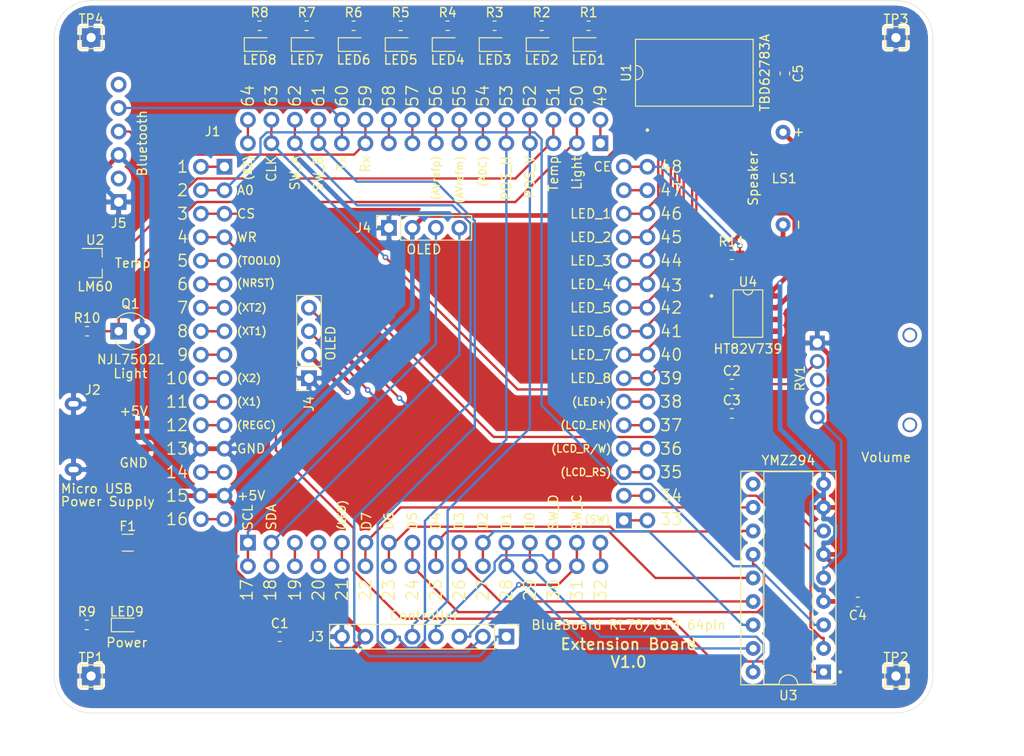
<source format=kicad_pcb>
(kicad_pcb (version 20171130) (host pcbnew "(5.1.5-0-10_14)")
  (title_block (title "BlueBoard RL78/G13 64pin Extension") (date 2020-08-29) (rev 1.0) (company https://github.com/KimiakiK/BlueBoardRL78G13_Extension))
  (layers (0 F.Cu signal) (31 B.Cu signal) (34 B.Paste user) (35 F.Paste user) (36 B.SilkS user) (37 F.SilkS user) (38 B.Mask user) (39 F.Mask user hide) (44 Edge.Cuts user))
  (net 0 "")
  (net 1 +5V)
  (net 2 GND)
  (net 3 "Net-(C2-Pad2)")
  (net 4 "Net-(C2-Pad1)")
  (net 5 "Net-(C3-Pad1)")
  (net 6 "Net-(F1-Pad2)")
  (net 7 "Net-(J1-Pad64)")
  (net 8 YMZ294_CLK)
  (net 9 SW_A)
  (net 10 SW_B)
  (net 11 BT_TX)
  (net 12 BT_RX)
  (net 13 "Net-(J1-Pad58)")
  (net 14 "Net-(J1-Pad57)")
  (net 15 "Net-(J1-Pad56)")
  (net 16 "Net-(J1-Pad55)")
  (net 17 "Net-(J1-Pad54)")
  (net 18 POS_H)
  (net 19 POS_V)
  (net 20 Temp)
  (net 21 Light)
  (net 22 "Net-(J1-Pad49)")
  (net 23 AMP_CE)
  (net 24 "Net-(J1-Pad47)")
  (net 25 LED_1)
  (net 26 LED_2)
  (net 27 LED_3)
  (net 28 LED_4)
  (net 29 LED_5)
  (net 30 LED_6)
  (net 31 LED_7)
  (net 32 LED_8)
  (net 33 "Net-(J1-Pad38)")
  (net 34 "Net-(J1-Pad37)")
  (net 35 "Net-(J1-Pad36)")
  (net 36 "Net-(J1-Pad35)")
  (net 37 "Net-(J1-Pad34)")
  (net 38 "Net-(J1-Pad33)")
  (net 39 "Net-(J1-Pad32)")
  (net 40 SW_C)
  (net 41 SW_D)
  (net 42 YMZ294_D0)
  (net 43 YMZ294_D1)
  (net 44 YMZ294_D2)
  (net 45 YMZ294_D3)
  (net 46 YMZ294_D4)
  (net 47 YMZ294_D5)
  (net 48 YMZ294_D6)
  (net 49 YMZ294_D7)
  (net 50 "Net-(J1-Pad21)")
  (net 51 "Net-(J1-Pad20)")
  (net 52 "Net-(J1-Pad19)")
  (net 53 OLED_SDA)
  (net 54 OLED_SCL)
  (net 55 "Net-(J1-Pad16)")
  (net 56 "Net-(J1-Pad14)")
  (net 57 "Net-(J1-Pad12)")
  (net 58 "Net-(J1-Pad11)")
  (net 59 "Net-(J1-Pad10)")
  (net 60 "Net-(J1-Pad9)")
  (net 61 "Net-(J1-Pad8)")
  (net 62 "Net-(J1-Pad7)")
  (net 63 "Net-(J1-Pad6)")
  (net 64 "Net-(J1-Pad5)")
  (net 65 YMZ294_WR)
  (net 66 YMZ294_CS)
  (net 67 YMZ294_A0)
  (net 68 "Net-(J1-Pad1)")
  (net 69 "Net-(LED1-Pad2)")
  (net 70 "Net-(LED1-Pad1)")
  (net 71 "Net-(LED2-Pad2)")
  (net 72 "Net-(LED2-Pad1)")
  (net 73 "Net-(LED3-Pad2)")
  (net 74 "Net-(LED3-Pad1)")
  (net 75 "Net-(LED4-Pad2)")
  (net 76 "Net-(LED4-Pad1)")
  (net 77 "Net-(LED5-Pad2)")
  (net 78 "Net-(LED5-Pad1)")
  (net 79 "Net-(LED6-Pad2)")
  (net 80 "Net-(LED6-Pad1)")
  (net 81 "Net-(LED7-Pad2)")
  (net 82 "Net-(LED7-Pad1)")
  (net 83 "Net-(LED8-Pad2)")
  (net 84 "Net-(LED8-Pad1)")
  (net 85 "Net-(LED9-Pad1)")
  (net 86 /SP-)
  (net 87 /SP+)
  (net 88 /Sound)
  (module Capacitor_SMD:C_0603_1608Metric_Pad1.05x0.95mm_HandSolder (layer F.Cu) (at 39 -29.125 270)
    (fp_text reference C5 (at 0 -1.43 90) (layer F.SilkS))
    (fp_text value 0.1uF)
    (pad 2 smd roundrect (at 0.875 0 270) (size 1.05 0.95) (layers F.Cu F.Paste F.Mask) (net 1 +5V))
    (pad 1 smd roundrect (at -0.875 0 270) (size 1.05 0.95) (layers F.Cu F.Paste F.Mask) (net 2 GND))
  )
  (module Capacitor_SMD:C_0603_1608Metric_Pad1.05x0.95mm_HandSolder (layer F.Cu) (at 46.875 28 180)
    (fp_text reference C4 (at 0 -1.43) (layer F.SilkS))
    (fp_text value 0.1uF)
    (pad 2 smd roundrect (at 0.875 0 180) (size 1.05 0.95) (layers F.Cu F.Paste F.Mask) (net 1 +5V))
    (pad 1 smd roundrect (at -0.875 0 180) (size 1.05 0.95) (layers F.Cu F.Paste F.Mask) (net 2 GND))
  )
  (module Connector_PinSocket_2.54mm:PinSocket_1x04_P2.54mm_Vertical (layer F.Cu) (at -12.446 3.81 180)
    (fp_text reference J4 (at 0 -2.77 270) (layer F.SilkS))
    (fp_text value OLED (at -2.3368 3.7846 270) (layer F.SilkS))
    (pad 1 thru_hole rect (at 0 0 180) (size 1.7 1.7) (drill 1) (layers *.Cu *.Mask) (net 2 GND))
    (pad 2 thru_hole oval (at 0 2.54 180) (size 1.7 1.7) (drill 1) (layers *.Cu *.Mask) (net 1 +5V))
    (pad 3 thru_hole oval (at 0 5.08 180) (size 1.7 1.7) (drill 1) (layers *.Cu *.Mask) (net 54 OLED_SCL))
    (pad 4 thru_hole oval (at 0 7.62 180) (size 1.7 1.7) (drill 1) (layers *.Cu *.Mask) (net 53 OLED_SDA))
  )
  (module BlueBoardRL78G13_Extension:RL78G13_64pin_Connector (layer F.Cu) (at 0 0)
    (fp_text reference J1 (at -22.86 -22.86) (layer F.SilkS))
    (fp_text value RL78G13_64pin_Connector)
    (fp_text user CE (at 20.32 -19.05 180) (layer F.SilkS) (effects (justify right)))
    (fp_text user "(AVrefm)" (at 3.81 -20.32 270) (layer F.SilkS) (effects (font (size 0.8 0.8)) (justify right)))
    (fp_text user "(AVrefp)" (at 1.27 -20.32 270) (layer F.SilkS) (effects (font (size 0.8 0.8)) (justify right)))
    (fp_text user "(LCD_RS)" (at 20.32 13.97 180) (layer F.SilkS) (effects (font (size 0.8 0.8)) (justify right)))
    (fp_text user "(LCD_R/W)" (at 20.32 11.43 180) (layer F.SilkS) (effects (font (size 0.8 0.8)) (justify right)))
    (fp_text user "(LCD_EN)" (at 20.32 8.89 180) (layer F.SilkS) (effects (font (size 0.8 0.8)) (justify right)))
    (fp_text user "(LED+)" (at 20.32 6.35 180) (layer F.SilkS) (effects (font (size 0.8 0.8)) (justify right)))
    (fp_text user "(REGC)" (at -20.32 8.89 180) (layer F.SilkS) (effects (font (size 0.8 0.8)) (justify left)))
    (fp_text user "(X2)" (at -20.32 3.81 180) (layer F.SilkS) (effects (font (size 0.8 0.8)) (justify left)))
    (fp_text user "(X1)" (at -20.32 6.35 180) (layer F.SilkS) (effects (font (size 0.8 0.8)) (justify left)))
    (fp_text user "(XT1)" (at -20.32 -1.27 180) (layer F.SilkS) (effects (font (size 0.8 0.8)) (justify left)))
    (fp_text user "(XT2)" (at -20.32 -3.81 180) (layer F.SilkS) (effects (font (size 0.8 0.8)) (justify left)))
    (fp_text user "(NRST)" (at -20.32 -6.477 180) (layer F.SilkS) (effects (font (size 0.8 0.8)) (justify left)))
    (fp_text user "(TOOL0)" (at -20.32 -8.89 180) (layer F.SilkS) (effects (font (size 0.8 0.8)) (justify left)))
    (fp_text user Light (at 16.51 -20.32 270) (layer F.SilkS) (effects (justify right)))
    (fp_text user Temp (at 13.97 -20.32 270) (layer F.SilkS) (effects (justify right)))
    (fp_text user WR (at -20.32 -11.43 180) (layer F.SilkS) (effects (justify left)))
    (fp_text user CS (at -20.32 -13.97 180) (layer F.SilkS) (effects (justify left)))
    (fp_text user A0 (at -20.32 -16.51 180) (layer F.SilkS) (effects (justify left)))
    (fp_text user "(ADC)" (at 6.35 -20.32 270) (layer F.SilkS) (effects (font (size 0.8 0.8)) (justify right)))
    (fp_text user "(BZ)" (at -19.05 -20.32 270) (layer F.SilkS) (effects (font (size 0.8 0.8)) (justify right)))
    (fp_text user Rx (at -6.35 -20.32 270) (layer F.SilkS) (effects (justify right)))
    (fp_text user Tx (at -8.89 -20.32 270) (layer F.SilkS) (effects (justify right)))
    (fp_text user SW_B (at -11.43 -20.32 270) (layer F.SilkS) (effects (justify right)))
    (fp_text user SW_A (at -13.97 -20.32 270) (layer F.SilkS) (effects (justify right)))
    (fp_text user CLK (at -16.51 -20.32 270) (layer F.SilkS) (effects (justify right)))
    (fp_text user POS_V (at 11.43 -20.32 270) (layer F.SilkS) (effects (justify right)))
    (fp_text user POS_H (at 8.89 -20.32 270) (layer F.SilkS) (effects (justify right)))
    (fp_text user LED_8 (at 20.32 3.81 180) (layer F.SilkS) (effects (justify right)))
    (fp_text user LED_7 (at 20.32 1.27 180) (layer F.SilkS) (effects (justify right)))
    (fp_text user LED_6 (at 20.32 -1.27 180) (layer F.SilkS) (effects (justify right)))
    (fp_text user LED_5 (at 20.32 -3.81 180) (layer F.SilkS) (effects (justify right)))
    (fp_text user LED_4 (at 20.32 -6.35 180) (layer F.SilkS) (effects (justify right)))
    (fp_text user LED_3 (at 20.32 -8.89 180) (layer F.SilkS) (effects (justify right)))
    (fp_text user LED_2 (at 20.32 -11.43 180) (layer F.SilkS) (effects (justify right)))
    (fp_text user LED_1 (at 20.32 -13.97 180) (layer F.SilkS) (effects (justify right)))
    (fp_text user "(SW)" (at 20.193 19.05 180) (layer F.SilkS) (effects (font (size 0.8 0.8)) (justify right)))
    (fp_text user "(LED)" (at -8.89 20.32 270) (layer F.SilkS) (effects (font (size 0.8 0.8)) (justify left)))
    (fp_text user D7 (at -6.223 20.32 270) (layer F.SilkS) (effects (justify left)))
    (fp_text user D6 (at -3.81 20.32 270) (layer F.SilkS) (effects (justify left)))
    (fp_text user D5 (at -1.27 20.32 270) (layer F.SilkS) (effects (justify left)))
    (fp_text user D4 (at 1.27 20.32 270) (layer F.SilkS) (effects (justify left)))
    (fp_text user D3 (at 3.81 20.32 270) (layer F.SilkS) (effects (justify left)))
    (fp_text user D2 (at 6.35 20.32 270) (layer F.SilkS) (effects (justify left)))
    (fp_text user D1 (at 8.89 20.32 270) (layer F.SilkS) (effects (justify left)))
    (fp_text user D0 (at 11.43 20.32 270) (layer F.SilkS) (effects (justify left)))
    (fp_text user SW_D (at 13.97 20.32 270) (layer F.SilkS) (effects (justify left)))
    (fp_text user SW_C (at 16.51 20.32 270) (layer F.SilkS) (effects (justify left)))
    (fp_text user SDA (at -16.51 20.32 270) (layer F.SilkS) (effects (justify left)))
    (fp_text user SCL (at -19.05 20.32 270) (layer F.SilkS) (effects (justify left)))
    (fp_text user GND (at -20.32 11.43 180) (layer F.SilkS) (effects (justify left)))
    (fp_text user +5V (at -20.32 16.51 180) (layer F.SilkS) (effects (justify left)))
    (fp_text user 64 (at -19.05 -25.4 270) (layer F.SilkS) (effects (font (size 1.27 1.27)) (justify left)))
    (fp_text user 63 (at -16.51 -25.4 270) (layer F.SilkS) (effects (font (size 1.27 1.27)) (justify left)))
    (fp_text user 62 (at -13.97 -25.4 270) (layer F.SilkS) (effects (font (size 1.27 1.27)) (justify left)))
    (fp_text user 61 (at -11.43 -25.4 270) (layer F.SilkS) (effects (font (size 1.27 1.27)) (justify left)))
    (fp_text user 60 (at -8.89 -25.4 270) (layer F.SilkS) (effects (font (size 1.27 1.27)) (justify left)))
    (fp_text user 59 (at -6.35 -25.4 270) (layer F.SilkS) (effects (font (size 1.27 1.27)) (justify left)))
    (fp_text user 58 (at -3.81 -25.4 270) (layer F.SilkS) (effects (font (size 1.27 1.27)) (justify left)))
    (fp_text user 57 (at -1.27 -25.4 270) (layer F.SilkS) (effects (font (size 1.27 1.27)) (justify left)))
    (fp_text user 56 (at 1.27 -25.4 270) (layer F.SilkS) (effects (font (size 1.27 1.27)) (justify left)))
    (fp_text user 55 (at 3.81 -25.4 270) (layer F.SilkS) (effects (font (size 1.27 1.27)) (justify left)))
    (fp_text user 54 (at 6.35 -25.4 270) (layer F.SilkS) (effects (font (size 1.27 1.27)) (justify left)))
    (fp_text user 53 (at 8.89 -25.4 270) (layer F.SilkS) (effects (font (size 1.27 1.27)) (justify left)))
    (fp_text user 52 (at 11.43 -25.4 270) (layer F.SilkS) (effects (font (size 1.27 1.27)) (justify left)))
    (fp_text user 51 (at 13.97 -25.4 270) (layer F.SilkS) (effects (font (size 1.27 1.27)) (justify left)))
    (fp_text user 50 (at 16.51 -25.4 270) (layer F.SilkS) (effects (font (size 1.27 1.27)) (justify left)))
    (fp_text user 49 (at 19.05 -25.4 270) (layer F.SilkS) (effects (font (size 1.27 1.27)) (justify left)))
    (fp_text user 48 (at 25.4 -19.05 180) (layer F.SilkS) (effects (font (size 1.27 1.27)) (justify left)))
    (fp_text user 47 (at 25.4 -16.51 180) (layer F.SilkS) (effects (font (size 1.27 1.27)) (justify left)))
    (fp_text user 46 (at 25.4 -13.97 180) (layer F.SilkS) (effects (font (size 1.27 1.27)) (justify left)))
    (fp_text user 45 (at 25.4 -11.43 180) (layer F.SilkS) (effects (font (size 1.27 1.27)) (justify left)))
    (fp_text user 44 (at 25.4 -8.89 180) (layer F.SilkS) (effects (font (size 1.27 1.27)) (justify left)))
    (fp_text user 43 (at 25.4 -6.223 180) (layer F.SilkS) (effects (font (size 1.27 1.27)) (justify left)))
    (fp_text user 42 (at 25.4 -3.81 180) (layer F.SilkS) (effects (font (size 1.27 1.27)) (justify left)))
    (fp_text user 41 (at 25.4 -1.27 180) (layer F.SilkS) (effects (font (size 1.27 1.27)) (justify left)))
    (fp_text user 40 (at 25.4 1.27 180) (layer F.SilkS) (effects (font (size 1.27 1.27)) (justify left)))
    (fp_text user 39 (at 25.4 3.81 180) (layer F.SilkS) (effects (font (size 1.27 1.27)) (justify left)))
    (fp_text user 38 (at 25.4 6.35 180) (layer F.SilkS) (effects (font (size 1.27 1.27)) (justify left)))
    (fp_text user 37 (at 25.4 8.89 180) (layer F.SilkS) (effects (font (size 1.27 1.27)) (justify left)))
    (fp_text user 36 (at 25.4 11.43 180) (layer F.SilkS) (effects (font (size 1.27 1.27)) (justify left)))
    (fp_text user 35 (at 25.4 13.97 180) (layer F.SilkS) (effects (font (size 1.27 1.27)) (justify left)))
    (fp_text user 34 (at 25.4 16.51 180) (layer F.SilkS) (effects (font (size 1.27 1.27)) (justify left)))
    (fp_text user 33 (at 25.4 19.05 180) (layer F.SilkS) (effects (font (size 1.27 1.27)) (justify left)))
    (fp_text user 32 (at 19.05 25.4 90 unlocked) (layer F.SilkS) (effects (font (size 1.27 1.27)) (justify right)))
    (fp_text user 31 (at 16.51 25.4 90 unlocked) (layer F.SilkS) (effects (font (size 1.27 1.27)) (justify right)))
    (fp_text user 30 (at 13.97 25.4 90 unlocked) (layer F.SilkS) (effects (font (size 1.27 1.27)) (justify right)))
    (fp_text user 29 (at 11.43 25.4 90 unlocked) (layer F.SilkS) (effects (font (size 1.27 1.27)) (justify right)))
    (fp_text user 28 (at 8.89 25.4 90 unlocked) (layer F.SilkS) (effects (font (size 1.27 1.27)) (justify right)))
    (fp_text user 27 (at 6.35 25.4 90 unlocked) (layer F.SilkS) (effects (font (size 1.27 1.27)) (justify right)))
    (fp_text user 26 (at 3.81 25.4 90 unlocked) (layer F.SilkS) (effects (font (size 1.27 1.27)) (justify right)))
    (fp_text user 25 (at 1.27 25.4 90 unlocked) (layer F.SilkS) (effects (font (size 1.27 1.27)) (justify right)))
    (fp_text user 24 (at -1.27 25.4 90 unlocked) (layer F.SilkS) (effects (font (size 1.27 1.27)) (justify right)))
    (fp_text user 23 (at -3.81 25.4 90 unlocked) (layer F.SilkS) (effects (font (size 1.27 1.27)) (justify right)))
    (fp_text user 22 (at -6.35 25.4 90 unlocked) (layer F.SilkS) (effects (font (size 1.27 1.27)) (justify right)))
    (fp_text user 21 (at -8.89 25.4 90 unlocked) (layer F.SilkS) (effects (font (size 1.27 1.27)) (justify right)))
    (fp_text user 20 (at -11.43 25.4 90 unlocked) (layer F.SilkS) (effects (font (size 1.27 1.27)) (justify right)))
    (fp_text user 19 (at -13.97 25.4 90 unlocked) (layer F.SilkS) (effects (font (size 1.27 1.27)) (justify right)))
    (fp_text user 18 (at -16.637 25.4 90 unlocked) (layer F.SilkS) (effects (font (size 1.27 1.27)) (justify right)))
    (fp_text user 17 (at -19.177 25.4 90) (layer F.SilkS) (effects (font (size 1.27 1.27)) (justify right)))
    (fp_text user 16 (at -25.4 19.05) (layer F.SilkS) (effects (font (size 1.27 1.27)) (justify right)))
    (fp_text user 15 (at -25.4 16.51) (layer F.SilkS) (effects (font (size 1.27 1.27)) (justify right)))
    (fp_text user 14 (at -25.4 13.97) (layer F.SilkS) (effects (font (size 1.27 1.27)) (justify right)))
    (fp_text user 13 (at -25.4 11.43) (layer F.SilkS) (effects (font (size 1.27 1.27)) (justify right)))
    (fp_text user 12 (at -25.4 8.89) (layer F.SilkS) (effects (font (size 1.27 1.27)) (justify right)))
    (fp_text user 11 (at -25.4 6.35) (layer F.SilkS) (effects (font (size 1.27 1.27)) (justify right)))
    (fp_text user 10 (at -25.4 3.81) (layer F.SilkS) (effects (font (size 1.27 1.27)) (justify right)))
    (fp_text user 9 (at -25.4 1.27) (layer F.SilkS) (effects (font (size 1.27 1.27)) (justify right)))
    (fp_text user 8 (at -25.4 -1.27) (layer F.SilkS) (effects (font (size 1.27 1.27)) (justify right)))
    (fp_text user 7 (at -25.4 -3.81) (layer F.SilkS) (effects (font (size 1.27 1.27)) (justify right)))
    (fp_text user 6 (at -25.4 -6.35) (layer F.SilkS) (effects (font (size 1.27 1.27)) (justify right)))
    (fp_text user 5 (at -25.4 -8.89) (layer F.SilkS) (effects (font (size 1.27 1.27)) (justify right)))
    (fp_text user 4 (at -25.4 -11.43) (layer F.SilkS) (effects (font (size 1.27 1.27)) (justify right)))
    (fp_text user 3 (at -25.4 -13.97) (layer F.SilkS) (effects (font (size 1.27 1.27)) (justify right)))
    (fp_text user 2 (at -25.4 -16.51) (layer F.SilkS) (effects (font (size 1.27 1.27)) (justify right)))
    (fp_text user 1 (at -25.4 -19.05) (layer F.SilkS) (effects (font (size 1.27 1.27)) (justify right)))
    (pad 64 thru_hole circle (at -19.05 -24.13) (size 1.7 1.7) (drill 1) (layers *.Cu *.Mask) (net 7 "Net-(J1-Pad64)"))
    (pad 63 thru_hole circle (at -16.51 -24.13) (size 1.7 1.7) (drill 1) (layers *.Cu *.Mask) (net 8 YMZ294_CLK))
    (pad 62 thru_hole circle (at -13.97 -24.13) (size 1.7 1.7) (drill 1) (layers *.Cu *.Mask) (net 9 SW_A))
    (pad 61 thru_hole circle (at -11.43 -24.13) (size 1.7 1.7) (drill 1) (layers *.Cu *.Mask) (net 10 SW_B))
    (pad 60 thru_hole circle (at -8.89 -24.13) (size 1.7 1.7) (drill 1) (layers *.Cu *.Mask) (net 11 BT_TX))
    (pad 59 thru_hole circle (at -6.35 -24.13) (size 1.7 1.7) (drill 1) (layers *.Cu *.Mask) (net 12 BT_RX))
    (pad 58 thru_hole circle (at -3.81 -24.13) (size 1.7 1.7) (drill 1) (layers *.Cu *.Mask) (net 13 "Net-(J1-Pad58)"))
    (pad 57 thru_hole circle (at -1.27 -24.13) (size 1.7 1.7) (drill 1) (layers *.Cu *.Mask) (net 14 "Net-(J1-Pad57)"))
    (pad 56 thru_hole circle (at 1.27 -24.13) (size 1.7 1.7) (drill 1) (layers *.Cu *.Mask) (net 15 "Net-(J1-Pad56)"))
    (pad 55 thru_hole circle (at 3.81 -24.13) (size 1.7 1.7) (drill 1) (layers *.Cu *.Mask) (net 16 "Net-(J1-Pad55)"))
    (pad 54 thru_hole circle (at 6.35 -24.13) (size 1.7 1.7) (drill 1) (layers *.Cu *.Mask) (net 17 "Net-(J1-Pad54)"))
    (pad 53 thru_hole circle (at 8.89 -24.13) (size 1.7 1.7) (drill 1) (layers *.Cu *.Mask) (net 18 POS_H))
    (pad 52 thru_hole circle (at 11.43 -24.13) (size 1.7 1.7) (drill 1) (layers *.Cu *.Mask) (net 19 POS_V))
    (pad 51 thru_hole circle (at 13.97 -24.13) (size 1.7 1.7) (drill 1) (layers *.Cu *.Mask) (net 20 Temp))
    (pad 50 thru_hole circle (at 16.51 -24.13) (size 1.7 1.7) (drill 1) (layers *.Cu *.Mask) (net 21 Light))
    (pad 49 thru_hole circle (at 19.05 -24.13) (size 1.7 1.7) (drill 1) (layers *.Cu *.Mask) (net 22 "Net-(J1-Pad49)"))
    (pad 48 thru_hole circle (at 24.13 -19.05) (size 1.7 1.7) (drill 1) (layers *.Cu *.Mask) (net 23 AMP_CE))
    (pad 47 thru_hole circle (at 24.13 -16.51) (size 1.7 1.7) (drill 1) (layers *.Cu *.Mask) (net 24 "Net-(J1-Pad47)"))
    (pad 46 thru_hole circle (at 24.13 -13.97) (size 1.7 1.7) (drill 1) (layers *.Cu *.Mask) (net 25 LED_1))
    (pad 45 thru_hole circle (at 24.13 -11.43) (size 1.7 1.7) (drill 1) (layers *.Cu *.Mask) (net 26 LED_2))
    (pad 44 thru_hole circle (at 24.13 -8.89) (size 1.7 1.7) (drill 1) (layers *.Cu *.Mask) (net 27 LED_3))
    (pad 43 thru_hole circle (at 24.13 -6.35) (size 1.7 1.7) (drill 1) (layers *.Cu *.Mask) (net 28 LED_4))
    (pad 42 thru_hole circle (at 24.13 -3.81) (size 1.7 1.7) (drill 1) (layers *.Cu *.Mask) (net 29 LED_5))
    (pad 41 thru_hole circle (at 24.13 -1.27) (size 1.7 1.7) (drill 1) (layers *.Cu *.Mask) (net 30 LED_6))
    (pad 40 thru_hole circle (at 24.13 1.27) (size 1.7 1.7) (drill 1) (layers *.Cu *.Mask) (net 31 LED_7))
    (pad 39 thru_hole circle (at 24.13 3.81) (size 1.7 1.7) (drill 1) (layers *.Cu *.Mask) (net 32 LED_8))
    (pad 38 thru_hole circle (at 24.13 6.35) (size 1.7 1.7) (drill 1) (layers *.Cu *.Mask) (net 33 "Net-(J1-Pad38)"))
    (pad 37 thru_hole circle (at 24.13 8.89) (size 1.7 1.7) (drill 1) (layers *.Cu *.Mask) (net 34 "Net-(J1-Pad37)"))
    (pad 36 thru_hole circle (at 24.13 11.43) (size 1.7 1.7) (drill 1) (layers *.Cu *.Mask) (net 35 "Net-(J1-Pad36)"))
    (pad 35 thru_hole circle (at 24.13 13.97) (size 1.7 1.7) (drill 1) (layers *.Cu *.Mask) (net 36 "Net-(J1-Pad35)"))
    (pad 34 thru_hole circle (at 24.13 16.51) (size 1.7 1.7) (drill 1) (layers *.Cu *.Mask) (net 37 "Net-(J1-Pad34)"))
    (pad 33 thru_hole circle (at 24.13 19.177) (size 1.7 1.7) (drill 1) (layers *.Cu *.Mask) (net 38 "Net-(J1-Pad33)"))
    (pad 32 thru_hole circle (at 19.05 24.13) (size 1.7 1.7) (drill 1) (layers *.Cu *.Mask) (net 39 "Net-(J1-Pad32)"))
    (pad 31 thru_hole circle (at 16.51 24.13) (size 1.7 1.7) (drill 1) (layers *.Cu *.Mask) (net 40 SW_C))
    (pad 30 thru_hole circle (at 13.97 24.13) (size 1.7 1.7) (drill 1) (layers *.Cu *.Mask) (net 41 SW_D))
    (pad 29 thru_hole circle (at 11.43 24.13) (size 1.7 1.7) (drill 1) (layers *.Cu *.Mask) (net 42 YMZ294_D0))
    (pad 28 thru_hole circle (at 8.89 24.13) (size 1.7 1.7) (drill 1) (layers *.Cu *.Mask) (net 43 YMZ294_D1))
    (pad 27 thru_hole circle (at 6.35 24.13) (size 1.7 1.7) (drill 1) (layers *.Cu *.Mask) (net 44 YMZ294_D2))
    (pad 26 thru_hole circle (at 3.81 24.13) (size 1.7 1.7) (drill 1) (layers *.Cu *.Mask) (net 45 YMZ294_D3))
    (pad 25 thru_hole circle (at 1.27 24.13) (size 1.7 1.7) (drill 1) (layers *.Cu *.Mask) (net 46 YMZ294_D4))
    (pad 24 thru_hole circle (at -1.27 24.13) (size 1.7 1.7) (drill 1) (layers *.Cu *.Mask) (net 47 YMZ294_D5))
    (pad 23 thru_hole circle (at -3.81 24.13) (size 1.7 1.7) (drill 1) (layers *.Cu *.Mask) (net 48 YMZ294_D6))
    (pad 22 thru_hole circle (at -6.35 24.13) (size 1.7 1.7) (drill 1) (layers *.Cu *.Mask) (net 49 YMZ294_D7))
    (pad 21 thru_hole circle (at -8.89 24.13) (size 1.7 1.7) (drill 1) (layers *.Cu *.Mask) (net 50 "Net-(J1-Pad21)"))
    (pad 20 thru_hole circle (at -11.43 24.13) (size 1.7 1.7) (drill 1) (layers *.Cu *.Mask) (net 51 "Net-(J1-Pad20)"))
    (pad 19 thru_hole circle (at -13.97 24.13) (size 1.7 1.7) (drill 1) (layers *.Cu *.Mask) (net 52 "Net-(J1-Pad19)"))
    (pad 18 thru_hole circle (at -16.51 24.13) (size 1.7 1.7) (drill 1) (layers *.Cu *.Mask) (net 53 OLED_SDA))
    (pad 17 thru_hole circle (at -19.05 24.13) (size 1.7 1.7) (drill 1) (layers *.Cu *.Mask) (net 54 OLED_SCL))
    (pad 16 thru_hole circle (at -24.13 19.05) (size 1.7 1.7) (drill 1) (layers *.Cu *.Mask) (net 55 "Net-(J1-Pad16)"))
    (pad 15 thru_hole circle (at -24.13 16.51) (size 1.7 1.7) (drill 1) (layers *.Cu *.Mask) (net 1 +5V))
    (pad 14 thru_hole circle (at -24.13 13.97) (size 1.7 1.7) (drill 1) (layers *.Cu *.Mask) (net 56 "Net-(J1-Pad14)"))
    (pad 13 thru_hole circle (at -24.13 11.43) (size 1.7 1.7) (drill 1) (layers *.Cu *.Mask) (net 2 GND))
    (pad 12 thru_hole circle (at -24.13 8.89) (size 1.7 1.7) (drill 1) (layers *.Cu *.Mask) (net 57 "Net-(J1-Pad12)"))
    (pad 11 thru_hole circle (at -24.13 6.35) (size 1.7 1.7) (drill 1) (layers *.Cu *.Mask) (net 58 "Net-(J1-Pad11)"))
    (pad 10 thru_hole circle (at -24.13 3.81) (size 1.7 1.7) (drill 1) (layers *.Cu *.Mask) (net 59 "Net-(J1-Pad10)"))
    (pad 9 thru_hole circle (at -24.13 1.27) (size 1.7 1.7) (drill 1) (layers *.Cu *.Mask) (net 60 "Net-(J1-Pad9)"))
    (pad 8 thru_hole circle (at -24.13 -1.27) (size 1.7 1.7) (drill 1) (layers *.Cu *.Mask) (net 61 "Net-(J1-Pad8)"))
    (pad 7 thru_hole circle (at -24.13 -3.81) (size 1.7 1.7) (drill 1) (layers *.Cu *.Mask) (net 62 "Net-(J1-Pad7)"))
    (pad 6 thru_hole circle (at -24.13 -6.35) (size 1.7 1.7) (drill 1) (layers *.Cu *.Mask) (net 63 "Net-(J1-Pad6)"))
    (pad 5 thru_hole circle (at -24.13 -8.89) (size 1.7 1.7) (drill 1) (layers *.Cu *.Mask) (net 64 "Net-(J1-Pad5)"))
    (pad 4 thru_hole circle (at -24.13 -11.43) (size 1.7 1.7) (drill 1) (layers *.Cu *.Mask) (net 65 YMZ294_WR))
    (pad 3 thru_hole circle (at -24.13 -13.97) (size 1.7 1.7) (drill 1) (layers *.Cu *.Mask) (net 66 YMZ294_CS))
    (pad 2 thru_hole circle (at -24.13 -16.51) (size 1.7 1.7) (drill 1) (layers *.Cu *.Mask) (net 67 YMZ294_A0))
    (pad 64 thru_hole circle (at -19.05 -21.59) (size 1.7 1.7) (drill 1) (layers *.Cu *.Mask) (net 7 "Net-(J1-Pad64)"))
    (pad 63 thru_hole circle (at -16.51 -21.59) (size 1.7 1.7) (drill 1) (layers *.Cu *.Mask) (net 8 YMZ294_CLK))
    (pad 62 thru_hole circle (at -13.97 -21.59) (size 1.7 1.7) (drill 1) (layers *.Cu *.Mask) (net 9 SW_A))
    (pad 61 thru_hole circle (at -11.43 -21.59) (size 1.7 1.7) (drill 1) (layers *.Cu *.Mask) (net 10 SW_B))
    (pad 60 thru_hole circle (at -8.89 -21.59) (size 1.7 1.7) (drill 1) (layers *.Cu *.Mask) (net 11 BT_TX))
    (pad 59 thru_hole circle (at -6.35 -21.59) (size 1.7 1.7) (drill 1) (layers *.Cu *.Mask) (net 12 BT_RX))
    (pad 58 thru_hole circle (at -3.81 -21.59) (size 1.7 1.7) (drill 1) (layers *.Cu *.Mask) (net 13 "Net-(J1-Pad58)"))
    (pad 57 thru_hole circle (at -1.27 -21.59) (size 1.7 1.7) (drill 1) (layers *.Cu *.Mask) (net 14 "Net-(J1-Pad57)"))
    (pad 56 thru_hole circle (at 1.27 -21.59) (size 1.7 1.7) (drill 1) (layers *.Cu *.Mask) (net 15 "Net-(J1-Pad56)"))
    (pad 55 thru_hole circle (at 3.81 -21.59) (size 1.7 1.7) (drill 1) (layers *.Cu *.Mask) (net 16 "Net-(J1-Pad55)"))
    (pad 54 thru_hole circle (at 6.35 -21.59) (size 1.7 1.7) (drill 1) (layers *.Cu *.Mask) (net 17 "Net-(J1-Pad54)"))
    (pad 53 thru_hole circle (at 8.89 -21.59) (size 1.7 1.7) (drill 1) (layers *.Cu *.Mask) (net 18 POS_H))
    (pad 52 thru_hole circle (at 11.43 -21.59) (size 1.7 1.7) (drill 1) (layers *.Cu *.Mask) (net 19 POS_V))
    (pad 51 thru_hole circle (at 13.97 -21.59) (size 1.7 1.7) (drill 1) (layers *.Cu *.Mask) (net 20 Temp))
    (pad 50 thru_hole circle (at 16.51 -21.59) (size 1.7 1.7) (drill 1) (layers *.Cu *.Mask) (net 21 Light))
    (pad 49 thru_hole rect (at 19.05 -21.59) (size 1.7 1.7) (drill 1) (layers *.Cu *.Mask) (net 22 "Net-(J1-Pad49)"))
    (pad 48 thru_hole circle (at 21.59 -19.05) (size 1.7 1.7) (drill 1) (layers *.Cu *.Mask) (net 23 AMP_CE))
    (pad 47 thru_hole circle (at 21.59 -16.51) (size 1.7 1.7) (drill 1) (layers *.Cu *.Mask) (net 24 "Net-(J1-Pad47)"))
    (pad 46 thru_hole circle (at 21.59 -13.97) (size 1.7 1.7) (drill 1) (layers *.Cu *.Mask) (net 25 LED_1))
    (pad 45 thru_hole circle (at 21.59 -11.43) (size 1.7 1.7) (drill 1) (layers *.Cu *.Mask) (net 26 LED_2))
    (pad 44 thru_hole circle (at 21.59 -8.89) (size 1.7 1.7) (drill 1) (layers *.Cu *.Mask) (net 27 LED_3))
    (pad 43 thru_hole circle (at 21.59 -6.35) (size 1.7 1.7) (drill 1) (layers *.Cu *.Mask) (net 28 LED_4))
    (pad 42 thru_hole circle (at 21.59 -3.81) (size 1.7 1.7) (drill 1) (layers *.Cu *.Mask) (net 29 LED_5))
    (pad 41 thru_hole circle (at 21.59 -1.27) (size 1.7 1.7) (drill 1) (layers *.Cu *.Mask) (net 30 LED_6))
    (pad 40 thru_hole circle (at 21.59 1.27) (size 1.7 1.7) (drill 1) (layers *.Cu *.Mask) (net 31 LED_7))
    (pad 39 thru_hole circle (at 21.59 3.81) (size 1.7 1.7) (drill 1) (layers *.Cu *.Mask) (net 32 LED_8))
    (pad 38 thru_hole circle (at 21.59 6.35) (size 1.7 1.7) (drill 1) (layers *.Cu *.Mask) (net 33 "Net-(J1-Pad38)"))
    (pad 37 thru_hole circle (at 21.59 8.89) (size 1.7 1.7) (drill 1) (layers *.Cu *.Mask) (net 34 "Net-(J1-Pad37)"))
    (pad 36 thru_hole circle (at 21.59 11.43) (size 1.7 1.7) (drill 1) (layers *.Cu *.Mask) (net 35 "Net-(J1-Pad36)"))
    (pad 35 thru_hole circle (at 21.59 13.97) (size 1.7 1.7) (drill 1) (layers *.Cu *.Mask) (net 36 "Net-(J1-Pad35)"))
    (pad 34 thru_hole circle (at 21.59 16.51) (size 1.7 1.7) (drill 1) (layers *.Cu *.Mask) (net 37 "Net-(J1-Pad34)"))
    (pad 33 thru_hole rect (at 21.59 19.177) (size 1.7 1.7) (drill 1) (layers *.Cu *.Mask) (net 38 "Net-(J1-Pad33)"))
    (pad 32 thru_hole circle (at 19.05 21.59) (size 1.7 1.7) (drill 1) (layers *.Cu *.Mask) (net 39 "Net-(J1-Pad32)"))
    (pad 31 thru_hole circle (at 16.51 21.59) (size 1.7 1.7) (drill 1) (layers *.Cu *.Mask) (net 40 SW_C))
    (pad 30 thru_hole circle (at 13.97 21.59) (size 1.7 1.7) (drill 1) (layers *.Cu *.Mask) (net 41 SW_D))
    (pad 29 thru_hole circle (at 11.43 21.59) (size 1.7 1.7) (drill 1) (layers *.Cu *.Mask) (net 42 YMZ294_D0))
    (pad 28 thru_hole circle (at 8.89 21.59) (size 1.7 1.7) (drill 1) (layers *.Cu *.Mask) (net 43 YMZ294_D1))
    (pad 27 thru_hole circle (at 6.35 21.59) (size 1.7 1.7) (drill 1) (layers *.Cu *.Mask) (net 44 YMZ294_D2))
    (pad 26 thru_hole circle (at 3.81 21.59) (size 1.7 1.7) (drill 1) (layers *.Cu *.Mask) (net 45 YMZ294_D3))
    (pad 25 thru_hole circle (at 1.27 21.59) (size 1.7 1.7) (drill 1) (layers *.Cu *.Mask) (net 46 YMZ294_D4))
    (pad 24 thru_hole circle (at -1.27 21.59) (size 1.7 1.7) (drill 1) (layers *.Cu *.Mask) (net 47 YMZ294_D5))
    (pad 23 thru_hole circle (at -3.81 21.59) (size 1.7 1.7) (drill 1) (layers *.Cu *.Mask) (net 48 YMZ294_D6))
    (pad 22 thru_hole circle (at -6.35 21.59) (size 1.7 1.7) (drill 1) (layers *.Cu *.Mask) (net 49 YMZ294_D7))
    (pad 21 thru_hole circle (at -8.89 21.59) (size 1.7 1.7) (drill 1) (layers *.Cu *.Mask) (net 50 "Net-(J1-Pad21)"))
    (pad 20 thru_hole circle (at -11.43 21.59) (size 1.7 1.7) (drill 1) (layers *.Cu *.Mask) (net 51 "Net-(J1-Pad20)"))
    (pad 19 thru_hole circle (at -13.97 21.59) (size 1.7 1.7) (drill 1) (layers *.Cu *.Mask) (net 52 "Net-(J1-Pad19)"))
    (pad 18 thru_hole circle (at -16.51 21.59) (size 1.7 1.7) (drill 1) (layers *.Cu *.Mask) (net 53 OLED_SDA))
    (pad 17 thru_hole rect (at -19.05 21.59) (size 1.7 1.7) (drill 1) (layers *.Cu *.Mask) (net 54 OLED_SCL))
    (pad 16 thru_hole circle (at -21.59 19.05) (size 1.7 1.7) (drill 1) (layers *.Cu *.Mask) (net 55 "Net-(J1-Pad16)"))
    (pad 15 thru_hole circle (at -21.59 16.51) (size 1.7 1.7) (drill 1) (layers *.Cu *.Mask) (net 1 +5V))
    (pad 14 thru_hole circle (at -21.59 13.97) (size 1.7 1.7) (drill 1) (layers *.Cu *.Mask) (net 56 "Net-(J1-Pad14)"))
    (pad 13 thru_hole circle (at -21.59 11.43) (size 1.7 1.7) (drill 1) (layers *.Cu *.Mask) (net 2 GND))
    (pad 12 thru_hole circle (at -21.59 8.89) (size 1.7 1.7) (drill 1) (layers *.Cu *.Mask) (net 57 "Net-(J1-Pad12)"))
    (pad 11 thru_hole circle (at -21.59 6.35) (size 1.7 1.7) (drill 1) (layers *.Cu *.Mask) (net 58 "Net-(J1-Pad11)"))
    (pad 10 thru_hole circle (at -21.59 3.81) (size 1.7 1.7) (drill 1) (layers *.Cu *.Mask) (net 59 "Net-(J1-Pad10)"))
    (pad 9 thru_hole circle (at -21.59 1.27) (size 1.7 1.7) (drill 1) (layers *.Cu *.Mask) (net 60 "Net-(J1-Pad9)"))
    (pad 8 thru_hole circle (at -21.59 -1.27) (size 1.7 1.7) (drill 1) (layers *.Cu *.Mask) (net 61 "Net-(J1-Pad8)"))
    (pad 7 thru_hole circle (at -21.59 -3.81) (size 1.7 1.7) (drill 1) (layers *.Cu *.Mask) (net 62 "Net-(J1-Pad7)"))
    (pad 6 thru_hole circle (at -21.59 -6.35) (size 1.7 1.7) (drill 1) (layers *.Cu *.Mask) (net 63 "Net-(J1-Pad6)"))
    (pad 5 thru_hole circle (at -21.59 -8.89) (size 1.7 1.7) (drill 1) (layers *.Cu *.Mask) (net 64 "Net-(J1-Pad5)"))
    (pad 4 thru_hole circle (at -21.59 -11.43) (size 1.7 1.7) (drill 1) (layers *.Cu *.Mask) (net 65 YMZ294_WR))
    (pad 3 thru_hole circle (at -21.59 -13.97) (size 1.7 1.7) (drill 1) (layers *.Cu *.Mask) (net 66 YMZ294_CS))
    (pad 1 thru_hole circle (at -24.13 -19.05) (size 1.7 1.7) (drill 1) (layers *.Cu *.Mask) (net 68 "Net-(J1-Pad1)"))
    (pad 2 thru_hole circle (at -21.59 -16.51) (size 1.7 1.7) (drill 1) (layers *.Cu *.Mask) (net 67 YMZ294_A0))
    (pad 1 thru_hole rect (at -21.59 -19.05) (size 1.7 1.7) (drill 1) (layers *.Cu *.Mask) (net 68 "Net-(J1-Pad1)"))
  )
  (module BlueBoardRL78G13_Extension:SOP-8_3.9x4.9mm_P1.27mm (layer F.Cu) (at 35 -3.175)
    (fp_text reference U4 (at 0 -3.429) (layer F.SilkS))
    (fp_text value HT82V739 (at 0 3.81) (layer F.SilkS))
    (pad 1 smd roundrect (at -2.625 -1.905) (size 1.65 0.6) (layers F.Cu F.Paste F.Mask) (net 86 /SP-))
    (pad 2 smd roundrect (at -2.625 -0.635) (size 1.65 0.6) (layers F.Cu F.Paste F.Mask) (net 4 "Net-(C2-Pad1)"))
    (pad 3 smd roundrect (at -2.625 0.635) (size 1.65 0.6) (layers F.Cu F.Paste F.Mask) (net 5 "Net-(C3-Pad1)"))
    (pad 4 smd roundrect (at -2.625 1.905) (size 1.65 0.6) (layers F.Cu F.Paste F.Mask) (net 2 GND))
    (pad 5 smd roundrect (at 2.625 1.905) (size 1.65 0.6) (layers F.Cu F.Paste F.Mask) (net 23 AMP_CE))
    (pad 6 smd roundrect (at 2.625 0.635) (size 1.65 0.6) (layers F.Cu F.Paste F.Mask))
    (pad 7 smd roundrect (at 2.625 -0.635) (size 1.65 0.6) (layers F.Cu F.Paste F.Mask) (net 87 /SP+))
    (pad 8 smd roundrect (at 2.625 -1.905) (size 1.65 0.6) (layers F.Cu F.Paste F.Mask) (net 1 +5V))
  )
  (module BlueBoardRL78G13_Extension:DIP-18_W7.62mm_Socket (layer F.Cu) (at 43.18 35.56 180)
    (fp_text reference U3 (at 3.81 -2.54) (layer F.SilkS))
    (fp_text value YMZ294 (at 3.81 22.86) (layer F.SilkS))
    (pad 1 thru_hole rect (at 0 0 180) (size 1.6 1.6) (drill 0.8) (layers *.Cu *.Mask) (net 65 YMZ294_WR))
    (pad 10 thru_hole oval (at 7.62 20.32 180) (size 1.6 1.6) (drill 0.8) (layers *.Cu *.Mask))
    (pad 2 thru_hole oval (at 0 2.54 180) (size 1.6 1.6) (drill 0.8) (layers *.Cu *.Mask) (net 66 YMZ294_CS))
    (pad 11 thru_hole oval (at 7.62 17.78 180) (size 1.6 1.6) (drill 0.8) (layers *.Cu *.Mask) (net 49 YMZ294_D7))
    (pad 3 thru_hole oval (at 0 5.08 180) (size 1.6 1.6) (drill 0.8) (layers *.Cu *.Mask) (net 67 YMZ294_A0))
    (pad 12 thru_hole oval (at 7.62 15.24 180) (size 1.6 1.6) (drill 0.8) (layers *.Cu *.Mask) (net 48 YMZ294_D6))
    (pad 4 thru_hole oval (at 0 7.62 180) (size 1.6 1.6) (drill 0.8) (layers *.Cu *.Mask) (net 1 +5V))
    (pad 13 thru_hole oval (at 7.62 12.7 180) (size 1.6 1.6) (drill 0.8) (layers *.Cu *.Mask) (net 47 YMZ294_D5))
    (pad 5 thru_hole oval (at 0 10.16 180) (size 1.6 1.6) (drill 0.8) (layers *.Cu *.Mask) (net 88 /Sound))
    (pad 14 thru_hole oval (at 7.62 10.16 180) (size 1.6 1.6) (drill 0.8) (layers *.Cu *.Mask) (net 46 YMZ294_D4))
    (pad 6 thru_hole oval (at 0 12.7 180) (size 1.6 1.6) (drill 0.8) (layers *.Cu *.Mask) (net 2 GND))
    (pad 15 thru_hole oval (at 7.62 7.62 180) (size 1.6 1.6) (drill 0.8) (layers *.Cu *.Mask) (net 45 YMZ294_D3))
    (pad 7 thru_hole oval (at 0 15.24 180) (size 1.6 1.6) (drill 0.8) (layers *.Cu *.Mask) (net 8 YMZ294_CLK))
    (pad 16 thru_hole oval (at 7.62 5.08 180) (size 1.6 1.6) (drill 0.8) (layers *.Cu *.Mask) (net 44 YMZ294_D2))
    (pad 8 thru_hole oval (at 0 17.78 180) (size 1.6 1.6) (drill 0.8) (layers *.Cu *.Mask) (net 2 GND))
    (pad 17 thru_hole oval (at 7.62 2.54 180) (size 1.6 1.6) (drill 0.8) (layers *.Cu *.Mask) (net 43 YMZ294_D1))
    (pad 9 thru_hole oval (at 0 20.32 180) (size 1.6 1.6) (drill 0.8) (layers *.Cu *.Mask) (net 1 +5V))
    (pad 18 thru_hole oval (at 7.62 0 180) (size 1.6 1.6) (drill 0.8) (layers *.Cu *.Mask) (net 42 YMZ294_D0))
  )
  (module Package_TO_SOT_SMD:SOT-23 (layer F.Cu) (at -35.56 -8.636)
    (fp_text reference U2 (at 0 -2.5) (layer F.SilkS))
    (fp_text value LM60 (at 0 2.54) (layer F.SilkS))
    (pad 3 smd rect (at 1 0) (size 0.9 0.8) (layers F.Cu F.Paste F.Mask) (net 2 GND))
    (pad 2 smd rect (at -1 0.95) (size 0.9 0.8) (layers F.Cu F.Paste F.Mask) (net 20 Temp))
    (pad 1 smd rect (at -1 -0.95) (size 0.9 0.8) (layers F.Cu F.Paste F.Mask) (net 1 +5V))
  )
  (module BlueBoardRL78G13_Extension:SOP-18_7x12.5mm_P1.27mm (layer F.Cu) (at 29.21 -29.21 90)
    (fp_text reference U1 (at 0 -7.366 90) (layer F.SilkS))
    (fp_text value TBD62783A (at 0 7.62 90) (layer F.SilkS))
    (pad 1 smd roundrect (at -4.775 -5.08 90) (size 1.75 0.6) (layers F.Cu F.Paste F.Mask) (net 25 LED_1))
    (pad 2 smd roundrect (at -4.775 -3.81 90) (size 1.75 0.6) (layers F.Cu F.Paste F.Mask) (net 26 LED_2))
    (pad 3 smd roundrect (at -4.775 -2.54 90) (size 1.75 0.6) (layers F.Cu F.Paste F.Mask) (net 27 LED_3))
    (pad 4 smd roundrect (at -4.775 -1.27 90) (size 1.75 0.6) (layers F.Cu F.Paste F.Mask) (net 28 LED_4))
    (pad 5 smd roundrect (at -4.775 0 90) (size 1.75 0.6) (layers F.Cu F.Paste F.Mask) (net 29 LED_5))
    (pad 6 smd roundrect (at -4.775 1.27 90) (size 1.75 0.6) (layers F.Cu F.Paste F.Mask) (net 30 LED_6))
    (pad 7 smd roundrect (at -4.775 2.54 90) (size 1.75 0.6) (layers F.Cu F.Paste F.Mask) (net 31 LED_7))
    (pad 8 smd roundrect (at -4.775 3.81 90) (size 1.75 0.6) (layers F.Cu F.Paste F.Mask) (net 32 LED_8))
    (pad 9 smd roundrect (at -4.775 5.08 90) (size 1.75 0.6) (layers F.Cu F.Paste F.Mask) (net 1 +5V))
    (pad 10 smd roundrect (at 4.775 5.08 90) (size 1.75 0.6) (layers F.Cu F.Paste F.Mask) (net 2 GND))
    (pad 11 smd roundrect (at 4.775 3.81 90) (size 1.75 0.6) (layers F.Cu F.Paste F.Mask) (net 83 "Net-(LED8-Pad2)"))
    (pad 12 smd roundrect (at 4.775 2.54 90) (size 1.75 0.6) (layers F.Cu F.Paste F.Mask) (net 81 "Net-(LED7-Pad2)"))
    (pad 13 smd roundrect (at 4.775 1.27 90) (size 1.75 0.6) (layers F.Cu F.Paste F.Mask) (net 79 "Net-(LED6-Pad2)"))
    (pad 14 smd roundrect (at 4.775 0 90) (size 1.75 0.6) (layers F.Cu F.Paste F.Mask) (net 77 "Net-(LED5-Pad2)"))
    (pad 15 smd roundrect (at 4.775 -1.27 90) (size 1.75 0.6) (layers F.Cu F.Paste F.Mask) (net 75 "Net-(LED4-Pad2)"))
    (pad 16 smd roundrect (at 4.775 -2.54 90) (size 1.75 0.6) (layers F.Cu F.Paste F.Mask) (net 73 "Net-(LED3-Pad2)"))
    (pad 17 smd roundrect (at 4.775 -3.81 90) (size 1.75 0.6) (layers F.Cu F.Paste F.Mask) (net 71 "Net-(LED2-Pad2)"))
    (pad 18 smd roundrect (at 4.775 -5.08 90) (size 1.75 0.6) (layers F.Cu F.Paste F.Mask) (net 69 "Net-(LED1-Pad2)"))
  )
  (module TestPoint:TestPoint_THTPad_2.0x2.0mm_Drill1.0mm (layer F.Cu) (at -36 -33.02)
    (fp_text reference TP4 (at 0 -1.998) (layer F.SilkS))
    (fp_text value TestPoint)
    (pad 1 thru_hole rect (at 0 0) (size 2 2) (drill 1) (layers *.Cu *.Mask) (net 2 GND))
  )
  (module TestPoint:TestPoint_THTPad_2.0x2.0mm_Drill1.0mm (layer F.Cu) (at 51 -33)
    (fp_text reference TP3 (at 0 -1.998) (layer F.SilkS))
    (fp_text value TestPoint)
    (pad 1 thru_hole rect (at 0 0) (size 2 2) (drill 1) (layers *.Cu *.Mask) (net 2 GND))
  )
  (module TestPoint:TestPoint_THTPad_2.0x2.0mm_Drill1.0mm (layer F.Cu) (at 51 36)
    (fp_text reference TP2 (at 0 -1.998) (layer F.SilkS))
    (fp_text value TestPoint)
    (pad 1 thru_hole rect (at 0 0) (size 2 2) (drill 1) (layers *.Cu *.Mask) (net 2 GND))
  )
  (module TestPoint:TestPoint_THTPad_2.0x2.0mm_Drill1.0mm (layer F.Cu) (at -36 36)
    (fp_text reference TP1 (at 0 -1.998) (layer F.SilkS))
    (fp_text value TestPoint)
    (pad 1 thru_hole rect (at 0 0) (size 2 2) (drill 1) (layers *.Cu *.Mask) (net 2 GND))
  )
  (module BlueBoardRL78G13_Extension:Volume_RK10J (layer F.Cu) (at 50 4 270)
    (fp_text reference RV1 (at -0.19 9.36 90) (layer F.SilkS))
    (fp_text value 10k)
    (pad 1 thru_hole rect (at -4 7.5 270) (size 1.6 1.6) (drill 1) (layers *.Cu *.Mask) (net 2 GND))
    (pad 2 thru_hole circle (at -2 7.5 270) (size 1.6 1.6) (drill 1) (layers *.Cu *.Mask) (net 3 "Net-(C2-Pad2)"))
    (pad ~ thru_hole circle (at 0 7.5 270) (size 1.6 1.6) (drill 1) (layers *.Cu *.Mask))
    (pad ~ thru_hole circle (at 2 7.5 270) (size 1.6 1.6) (drill 1) (layers *.Cu *.Mask))
    (pad 3 thru_hole circle (at 4 7.5 270) (size 1.6 1.6) (drill 1) (layers *.Cu *.Mask) (net 88 /Sound))
    (pad ~ thru_hole circle (at -4.85 -2.5 270) (size 1.6 1.6) (drill 1.2) (layers *.Cu *.Mask))
    (pad ~ thru_hole circle (at 4.85 -2.5 270) (size 1.6 1.6) (drill 1.2) (layers *.Cu *.Mask))
  )
  (module Resistor_SMD:R_0603_1608Metric_Pad1.05x0.95mm_HandSolder (layer F.Cu) (at 33.26 -9.525)
    (fp_text reference R11 (at 0 -1.43) (layer F.SilkS))
    (fp_text value 10k)
    (pad 2 smd roundrect (at 0.875 0) (size 1.05 0.95) (layers F.Cu F.Paste F.Mask) (net 23 AMP_CE))
    (pad 1 smd roundrect (at -0.875 0) (size 1.05 0.95) (layers F.Cu F.Paste F.Mask) (net 1 +5V))
  )
  (module Resistor_SMD:R_0603_1608Metric_Pad1.05x0.95mm_HandSolder (layer F.Cu) (at -36.435 -1.27)
    (fp_text reference R10 (at 0 -1.43) (layer F.SilkS))
    (fp_text value 10k)
    (pad 2 smd roundrect (at 0.875 0) (size 1.05 0.95) (layers F.Cu F.Paste F.Mask) (net 21 Light))
    (pad 1 smd roundrect (at -0.875 0) (size 1.05 0.95) (layers F.Cu F.Paste F.Mask) (net 2 GND))
  )
  (module Resistor_SMD:R_0603_1608Metric_Pad1.05x0.95mm_HandSolder (layer F.Cu) (at -36.463 30.48)
    (fp_text reference R9 (at 0 -1.43) (layer F.SilkS))
    (fp_text value 1k)
    (pad 2 smd roundrect (at 0.875 0) (size 1.05 0.95) (layers F.Cu F.Paste F.Mask) (net 85 "Net-(LED9-Pad1)"))
    (pad 1 smd roundrect (at -0.875 0) (size 1.05 0.95) (layers F.Cu F.Paste F.Mask) (net 2 GND))
  )
  (module Resistor_SMD:R_0603_1608Metric_Pad1.05x0.95mm_HandSolder (layer F.Cu) (at -17.78 -34.29)
    (fp_text reference R8 (at 0 -1.43) (layer F.SilkS))
    (fp_text value 1k)
    (pad 2 smd roundrect (at 0.875 0) (size 1.05 0.95) (layers F.Cu F.Paste F.Mask) (net 2 GND))
    (pad 1 smd roundrect (at -0.875 0) (size 1.05 0.95) (layers F.Cu F.Paste F.Mask) (net 84 "Net-(LED8-Pad1)"))
  )
  (module Resistor_SMD:R_0603_1608Metric_Pad1.05x0.95mm_HandSolder (layer F.Cu) (at -12.7 -34.29)
    (fp_text reference R7 (at 0 -1.43) (layer F.SilkS))
    (fp_text value 1k)
    (pad 2 smd roundrect (at 0.875 0) (size 1.05 0.95) (layers F.Cu F.Paste F.Mask) (net 2 GND))
    (pad 1 smd roundrect (at -0.875 0) (size 1.05 0.95) (layers F.Cu F.Paste F.Mask) (net 82 "Net-(LED7-Pad1)"))
  )
  (module Resistor_SMD:R_0603_1608Metric_Pad1.05x0.95mm_HandSolder (layer F.Cu) (at -7.62 -34.29)
    (fp_text reference R6 (at 0 -1.43) (layer F.SilkS))
    (fp_text value 1k)
    (pad 2 smd roundrect (at 0.875 0) (size 1.05 0.95) (layers F.Cu F.Paste F.Mask) (net 2 GND))
    (pad 1 smd roundrect (at -0.875 0) (size 1.05 0.95) (layers F.Cu F.Paste F.Mask) (net 80 "Net-(LED6-Pad1)"))
  )
  (module Resistor_SMD:R_0603_1608Metric_Pad1.05x0.95mm_HandSolder (layer F.Cu) (at -2.54 -34.29)
    (fp_text reference R5 (at 0 -1.43) (layer F.SilkS))
    (fp_text value 1k)
    (pad 1 smd roundrect (at -0.875 0) (size 1.05 0.95) (layers F.Cu F.Paste F.Mask) (net 78 "Net-(LED5-Pad1)"))
    (pad 2 smd roundrect (at 0.875 0) (size 1.05 0.95) (layers F.Cu F.Paste F.Mask) (net 2 GND))
  )
  (module Resistor_SMD:R_0603_1608Metric_Pad1.05x0.95mm_HandSolder (layer F.Cu) (at 2.54 -34.29)
    (fp_text reference R4 (at 0 -1.43) (layer F.SilkS))
    (fp_text value 1k)
    (pad 2 smd roundrect (at 0.875 0) (size 1.05 0.95) (layers F.Cu F.Paste F.Mask) (net 2 GND))
    (pad 1 smd roundrect (at -0.875 0) (size 1.05 0.95) (layers F.Cu F.Paste F.Mask) (net 76 "Net-(LED4-Pad1)"))
  )
  (module Resistor_SMD:R_0603_1608Metric_Pad1.05x0.95mm_HandSolder (layer F.Cu) (at 7.62 -34.29)
    (fp_text reference R3 (at 0 -1.43) (layer F.SilkS))
    (fp_text value 1k)
    (pad 2 smd roundrect (at 0.875 0) (size 1.05 0.95) (layers F.Cu F.Paste F.Mask) (net 2 GND))
    (pad 1 smd roundrect (at -0.875 0) (size 1.05 0.95) (layers F.Cu F.Paste F.Mask) (net 74 "Net-(LED3-Pad1)"))
  )
  (module Resistor_SMD:R_0603_1608Metric_Pad1.05x0.95mm_HandSolder (layer F.Cu) (at 12.7 -34.29)
    (fp_text reference R2 (at 0 -1.43) (layer F.SilkS))
    (fp_text value 1k)
    (pad 2 smd roundrect (at 0.875 0) (size 1.05 0.95) (layers F.Cu F.Paste F.Mask) (net 2 GND))
    (pad 1 smd roundrect (at -0.875 0) (size 1.05 0.95) (layers F.Cu F.Paste F.Mask) (net 72 "Net-(LED2-Pad1)"))
  )
  (module Resistor_SMD:R_0603_1608Metric_Pad1.05x0.95mm_HandSolder (layer F.Cu) (at 17.78 -34.29)
    (fp_text reference R1 (at 0 -1.43) (layer F.SilkS))
    (fp_text value 1k)
    (pad 2 smd roundrect (at 0.875 0) (size 1.05 0.95) (layers F.Cu F.Paste F.Mask) (net 2 GND))
    (pad 1 smd roundrect (at -0.875 0) (size 1.05 0.95) (layers F.Cu F.Paste F.Mask) (net 70 "Net-(LED1-Pad1)"))
  )
  (module BlueBoardRL78G13_Extension:NJL7502L (layer F.Cu) (at -33.02 -1.27)
    (fp_text reference Q1 (at 1.27 -2.96) (layer F.SilkS))
    (fp_text value NJL7502L (at 1.27 3.048) (layer F.SilkS))
    (pad 1 thru_hole circle (at 2.54 0) (size 1.8 1.8) (drill 0.9) (layers *.Cu *.Mask) (net 1 +5V))
    (pad 2 thru_hole rect (at 0 0) (size 1.8 1.8) (drill 0.9) (layers *.Cu *.Mask) (net 21 Light))
  )
  (module BlueBoardRL78G13_Extension:Speaker_MSI28-12R (layer F.Cu) (at 50.8 -17.78 270)
    (fp_text reference LS1 (at 0 13.335 180) (layer F.SilkS) (effects (justify left)))
    (fp_text value Speaker (at 0 15.24 90) (layer F.SilkS))
    (fp_text user + (at -5 10.4 90) (layer F.SilkS))
    (fp_text user - (at 5 10.4 90) (layer F.SilkS))
    (pad 1 thru_hole circle (at 5 12 270) (size 1.6 1.6) (drill 0.8) (layers *.Cu *.Mask) (net 86 /SP-))
    (pad 2 thru_hole circle (at -5 12 270) (size 1.6 1.6) (drill 0.8) (layers *.Cu *.Mask) (net 87 /SP+))
  )
  (module LED_SMD:LED_0603_1608Metric_Pad1.05x0.95mm_HandSolder (layer F.Cu) (at -32.145 30.48)
    (fp_text reference LED9 (at 0 -1.43) (layer F.SilkS))
    (fp_text value Power (at 0 1.905) (layer F.SilkS))
    (pad 2 smd roundrect (at 0.875 0) (size 1.05 0.95) (layers F.Cu F.Paste F.Mask) (net 1 +5V))
    (pad 1 smd roundrect (at -0.875 0) (size 1.05 0.95) (layers F.Cu F.Paste F.Mask) (net 85 "Net-(LED9-Pad1)"))
  )
  (module LED_SMD:LED_0603_1608Metric_Pad1.05x0.95mm_HandSolder (layer F.Cu) (at -17.78 -32.258)
    (fp_text reference LED8 (at 0 1.651) (layer F.SilkS))
    (fp_text value LED8)
    (pad 2 smd roundrect (at 0.875 0) (size 1.05 0.95) (layers F.Cu F.Paste F.Mask) (net 83 "Net-(LED8-Pad2)"))
    (pad 1 smd roundrect (at -0.875 0) (size 1.05 0.95) (layers F.Cu F.Paste F.Mask) (net 84 "Net-(LED8-Pad1)"))
  )
  (module LED_SMD:LED_0603_1608Metric_Pad1.05x0.95mm_HandSolder (layer F.Cu) (at -12.7 -32.258)
    (fp_text reference LED7 (at 0 1.651) (layer F.SilkS))
    (fp_text value LED7)
    (pad 2 smd roundrect (at 0.875 0) (size 1.05 0.95) (layers F.Cu F.Paste F.Mask) (net 81 "Net-(LED7-Pad2)"))
    (pad 1 smd roundrect (at -0.875 0) (size 1.05 0.95) (layers F.Cu F.Paste F.Mask) (net 82 "Net-(LED7-Pad1)"))
  )
  (module LED_SMD:LED_0603_1608Metric_Pad1.05x0.95mm_HandSolder (layer F.Cu) (at -7.62 -32.258)
    (fp_text reference LED6 (at 0 1.651) (layer F.SilkS))
    (fp_text value LED6)
    (pad 2 smd roundrect (at 0.875 0) (size 1.05 0.95) (layers F.Cu F.Paste F.Mask) (net 79 "Net-(LED6-Pad2)"))
    (pad 1 smd roundrect (at -0.875 0) (size 1.05 0.95) (layers F.Cu F.Paste F.Mask) (net 80 "Net-(LED6-Pad1)"))
  )
  (module LED_SMD:LED_0603_1608Metric_Pad1.05x0.95mm_HandSolder (layer F.Cu) (at -2.54 -32.258)
    (fp_text reference LED5 (at 0 1.651) (layer F.SilkS))
    (fp_text value LED5)
    (pad 1 smd roundrect (at -0.875 0) (size 1.05 0.95) (layers F.Cu F.Paste F.Mask) (net 78 "Net-(LED5-Pad1)"))
    (pad 2 smd roundrect (at 0.875 0) (size 1.05 0.95) (layers F.Cu F.Paste F.Mask) (net 77 "Net-(LED5-Pad2)"))
  )
  (module LED_SMD:LED_0603_1608Metric_Pad1.05x0.95mm_HandSolder (layer F.Cu) (at 2.54 -32.258)
    (fp_text reference LED4 (at 0 1.651) (layer F.SilkS))
    (fp_text value LED4)
    (pad 2 smd roundrect (at 0.875 0) (size 1.05 0.95) (layers F.Cu F.Paste F.Mask) (net 75 "Net-(LED4-Pad2)"))
    (pad 1 smd roundrect (at -0.875 0) (size 1.05 0.95) (layers F.Cu F.Paste F.Mask) (net 76 "Net-(LED4-Pad1)"))
  )
  (module LED_SMD:LED_0603_1608Metric_Pad1.05x0.95mm_HandSolder (layer F.Cu) (at 7.62 -32.258)
    (fp_text reference LED3 (at 0 1.651) (layer F.SilkS))
    (fp_text value LED3)
    (pad 2 smd roundrect (at 0.875 0) (size 1.05 0.95) (layers F.Cu F.Paste F.Mask) (net 73 "Net-(LED3-Pad2)"))
    (pad 1 smd roundrect (at -0.875 0) (size 1.05 0.95) (layers F.Cu F.Paste F.Mask) (net 74 "Net-(LED3-Pad1)"))
  )
  (module LED_SMD:LED_0603_1608Metric_Pad1.05x0.95mm_HandSolder (layer F.Cu) (at 12.7 -32.258)
    (fp_text reference LED2 (at 0 1.651) (layer F.SilkS))
    (fp_text value LED2)
    (pad 2 smd roundrect (at 0.875 0) (size 1.05 0.95) (layers F.Cu F.Paste F.Mask) (net 71 "Net-(LED2-Pad2)"))
    (pad 1 smd roundrect (at -0.875 0) (size 1.05 0.95) (layers F.Cu F.Paste F.Mask) (net 72 "Net-(LED2-Pad1)"))
  )
  (module LED_SMD:LED_0603_1608Metric_Pad1.05x0.95mm_HandSolder (layer F.Cu) (at 17.78 -32.258)
    (fp_text reference LED1 (at 0 1.651) (layer F.SilkS))
    (fp_text value LED1)
    (pad 2 smd roundrect (at 0.875 0) (size 1.05 0.95) (layers F.Cu F.Paste F.Mask) (net 69 "Net-(LED1-Pad2)"))
    (pad 1 smd roundrect (at -0.875 0) (size 1.05 0.95) (layers F.Cu F.Paste F.Mask) (net 70 "Net-(LED1-Pad1)"))
  )
  (module Connector_PinSocket_2.54mm:PinSocket_1x06_P2.54mm_Vertical (layer F.Cu) (at -33.02 -15.24 180)
    (fp_text reference J5 (at 0 -2.286) (layer F.SilkS))
    (fp_text value AE-RN4020-XB hide)
    (pad 6 thru_hole oval (at 0 12.7 180) (size 1.7 1.7) (drill 1) (layers *.Cu *.Mask))
    (pad 5 thru_hole oval (at 0 10.16 180) (size 1.7 1.7) (drill 1) (layers *.Cu *.Mask) (net 11 BT_TX))
    (pad 4 thru_hole oval (at 0 7.62 180) (size 1.7 1.7) (drill 1) (layers *.Cu *.Mask) (net 12 BT_RX))
    (pad 3 thru_hole oval (at 0 5.08 180) (size 1.7 1.7) (drill 1) (layers *.Cu *.Mask) (net 1 +5V))
    (pad 2 thru_hole oval (at 0 2.54 180) (size 1.7 1.7) (drill 1) (layers *.Cu *.Mask))
    (pad 1 thru_hole rect (at 0 0 180) (size 1.7 1.7) (drill 1) (layers *.Cu *.Mask) (net 2 GND))
  )
  (module Connector_PinSocket_2.54mm:PinSocket_1x04_P2.54mm_Vertical (layer F.Cu) (at -3.81 -12.446 90)
    (fp_text reference J4 (at 0 -2.77 180) (layer F.SilkS))
    (fp_text value OLED (at -2.3368 3.7846 180) (layer F.SilkS))
    (pad 4 thru_hole oval (at 0 7.62 90) (size 1.7 1.7) (drill 1) (layers *.Cu *.Mask) (net 53 OLED_SDA))
    (pad 3 thru_hole oval (at 0 5.08 90) (size 1.7 1.7) (drill 1) (layers *.Cu *.Mask) (net 54 OLED_SCL))
    (pad 2 thru_hole oval (at 0 2.54 90) (size 1.7 1.7) (drill 1) (layers *.Cu *.Mask) (net 1 +5V))
    (pad 1 thru_hole rect (at 0 0 90) (size 1.7 1.7) (drill 1) (layers *.Cu *.Mask) (net 2 GND))
  )
  (module Connector_PinHeader_2.54mm:PinHeader_1x08_P2.54mm_Vertical (layer F.Cu) (at 8.89 31.75 270)
    (fp_text reference J3 (at 0 20.574 180) (layer F.SilkS))
    (fp_text value Controller (at -2.286 8.89 180) (layer F.SilkS))
    (pad 8 thru_hole oval (at 0 17.78 270) (size 1.7 1.7) (drill 1) (layers *.Cu *.Mask) (net 2 GND))
    (pad 7 thru_hole oval (at 0 15.24 270) (size 1.7 1.7) (drill 1) (layers *.Cu *.Mask) (net 1 +5V))
    (pad 6 thru_hole oval (at 0 12.7 270) (size 1.7 1.7) (drill 1) (layers *.Cu *.Mask) (net 19 POS_V))
    (pad 5 thru_hole oval (at 0 10.16 270) (size 1.7 1.7) (drill 1) (layers *.Cu *.Mask) (net 18 POS_H))
    (pad 4 thru_hole oval (at 0 7.62 270) (size 1.7 1.7) (drill 1) (layers *.Cu *.Mask) (net 41 SW_D))
    (pad 3 thru_hole oval (at 0 5.08 270) (size 1.7 1.7) (drill 1) (layers *.Cu *.Mask) (net 40 SW_C))
    (pad 2 thru_hole oval (at 0 2.54 270) (size 1.7 1.7) (drill 1) (layers *.Cu *.Mask) (net 10 SW_B))
    (pad 1 thru_hole rect (at 0 0 270) (size 1.7 1.7) (drill 1) (layers *.Cu *.Mask) (net 9 SW_A))
  )
  (module BlueBoardRL78G13_Extension:USB_Micro-B_PowerOnly (layer F.Cu) (at -32 10.13 270)
    (fp_text reference J2 (at -5.05 3.814 180) (layer F.SilkS))
    (fp_text value USB_B_Micro)
    (fp_text user GND (at 2.824 1.02) (layer F.SilkS) (effects (justify left)))
    (fp_text user +5V (at -2.764 1.02) (layer F.SilkS) (effects (justify left)))
    (pad 6 thru_hole oval (at 3.55 5.9 270) (size 1.4 1.9) (drill oval 0.6 1.1) (layers *.Cu *.Mask) (net 2 GND))
    (pad 6 thru_hole oval (at -3.55 5.9 270) (size 1.4 1.9) (drill oval 0.6 1.1) (layers *.Cu *.Mask) (net 2 GND))
    (pad 5 smd rect (at 1.3 0 270) (size 0.9 4.5) (layers F.Cu F.Paste F.Mask) (net 2 GND))
    (pad 1 smd rect (at -1.3 0 270) (size 0.9 4.5) (layers F.Cu F.Paste F.Mask) (net 6 "Net-(F1-Pad2)"))
  )
  (module Fuse:Fuse_1206_3216Metric_Pad1.42x1.75mm_HandSolder (layer F.Cu) (at -32.0405 21.59 180)
    (fp_text reference F1 (at 0 1.778) (layer F.SilkS))
    (fp_text value MF-NSMF035X)
    (pad 2 smd roundrect (at 1.4875 0 180) (size 1.425 1.75) (layers F.Cu F.Paste F.Mask) (roundrect_rratio 0.175439) (net 6 "Net-(F1-Pad2)"))
    (pad 1 smd roundrect (at -1.4875 0 180) (size 1.425 1.75) (layers F.Cu F.Paste F.Mask) (roundrect_rratio 0.175439) (net 1 +5V))
  )
  (module Capacitor_SMD:C_0603_1608Metric_Pad1.05x0.95mm_HandSolder (layer F.Cu) (at 33.26 7.62)
    (fp_text reference C3 (at 0 -1.43) (layer F.SilkS))
    (fp_text value 1uF)
    (pad 2 smd roundrect (at 0.875 0) (size 1.05 0.95) (layers F.Cu F.Paste F.Mask) (net 2 GND))
    (pad 1 smd roundrect (at -0.875 0) (size 1.05 0.95) (layers F.Cu F.Paste F.Mask) (net 5 "Net-(C3-Pad1)"))
  )
  (module Capacitor_SMD:C_0603_1608Metric_Pad1.05x0.95mm_HandSolder (layer F.Cu) (at 33.26 4.445)
    (fp_text reference C2 (at 0 -1.43) (layer F.SilkS))
    (fp_text value 1uF)
    (pad 2 smd roundrect (at 0.875 0) (size 1.05 0.95) (layers F.Cu F.Paste F.Mask) (net 3 "Net-(C2-Pad2)"))
    (pad 1 smd roundrect (at -0.875 0) (size 1.05 0.95) (layers F.Cu F.Paste F.Mask) (net 4 "Net-(C2-Pad1)"))
  )
  (module Capacitor_SMD:C_0603_1608Metric_Pad1.05x0.95mm_HandSolder (layer F.Cu) (at -15.607 31.75)
    (fp_text reference C1 (at 0 -1.43) (layer F.SilkS))
    (fp_text value 0.1uF)
    (pad 2 smd roundrect (at 0.875 0) (size 1.05 0.95) (layers F.Cu F.Paste F.Mask) (net 1 +5V))
    (pad 1 smd roundrect (at -0.875 0) (size 1.05 0.95) (layers F.Cu F.Paste F.Mask) (net 2 GND))
  )
  (gr_text "Power Supply" (at -39.37 17.145) (layer F.SilkS) (effects (font (size 1 1)) (justify left)))
  (gr_text "BlueBoard RL78/G13 64pin" (at 22.098 30.48) (layer F.SilkS) (effects (font (size 1 1))))
  (gr_text "Extension Board\nV1.0" (at 22.098 33.528) (layer F.SilkS) (effects (font (size 1.2 1.2) (thickness 0.2))))
  (gr_text Volume (at 49.9491 12.3571) (layer F.SilkS) (effects (font (size 1 1))))
  (gr_text Bluetooth (at -30.48 -21.59 90) (layer F.SilkS) (effects (font (size 1 1))))
  (gr_text "Micro USB" (at -39.37 15.748) (layer F.SilkS) (effects (font (size 1 1)) (justify left)))
  (gr_text Light (at -31.75 3.302) (layer F.SilkS) (effects (font (size 1 1))))
  (gr_text Temp (at -31.496 -8.636) (layer F.SilkS) (effects (font (size 1 1))))
  (gr_arc (start 51 -33) (end 55 -33) (angle -90) (layer Edge.Cuts) (width 0.05))
  (gr_arc (start 51 36) (end 51 40) (angle -90) (layer Edge.Cuts) (width 0.05))
  (gr_arc (start -36 36) (end -40 36) (angle -90) (layer Edge.Cuts) (width 0.05))
  (gr_arc (start -36 -33) (end -36 -37) (angle -90) (layer Edge.Cuts) (width 0.05))
  (gr_line (start -40 36) (end -40 -33) (layer Edge.Cuts) (width 0.05))
  (gr_line (start 51 40) (end -36 40) (layer Edge.Cuts) (width 0.05))
  (gr_line (start 55 -33) (end 55 36) (layer Edge.Cuts) (width 0.05))
  (gr_line (start -36 -37) (end 51 -37) (layer Edge.Cuts) (width 0.05))
  (segment (start -24.13 16.51) (end -30.48 10.16) (width 0.508) (layer B.Cu) (net 1))
  (segment (start -30.48 10.16) (end -30.48 -1.27) (width 0.508) (layer B.Cu) (net 1))
  (segment (start -1.27 -12.446) (end 0.0642 -13.7802) (width 0.508) (layer F.Cu) (net 1))
  (segment (start 0.0642 -13.7802) (end 13.6895 -13.7802) (width 0.508) (layer F.Cu) (net 1))
  (segment (start 13.6895 -13.7802) (end 21.586 -21.6767) (width 0.508) (layer F.Cu) (net 1))
  (segment (start 21.586 -21.6767) (end 21.586 -23.6506) (width 0.508) (layer F.Cu) (net 1))
  (segment (start 21.586 -23.6506) (end 23.7244 -25.789) (width 0.508) (layer F.Cu) (net 1))
  (segment (start 23.7244 -25.789) (end 33.4748 -25.789) (width 0.508) (layer F.Cu) (net 1))
  (segment (start 33.4748 -25.789) (end 34.29 -24.9738) (width 0.508) (layer F.Cu) (net 1))
  (segment (start 34.29 -24.9738) (end 34.29 -24.435) (width 0.508) (layer F.Cu) (net 1))
  (segment (start -21.59 16.51) (end -20.2561 17.8439) (width 0.508) (layer F.Cu) (net 1))
  (segment (start -20.2561 17.8439) (end -20.2561 20.2561) (width 0.508) (layer F.Cu) (net 1))
  (segment (start -20.2561 20.2561) (end -20.4476 20.4476) (width 0.508) (layer F.Cu) (net 1))
  (segment (start -20.4476 20.4476) (end -20.4476 24.6113) (width 0.508) (layer F.Cu) (net 1))
  (segment (start -20.4476 24.6113) (end -17.1189 27.94) (width 0.508) (layer F.Cu) (net 1))
  (segment (start -17.1189 27.94) (end -10.16 27.94) (width 0.508) (layer F.Cu) (net 1))
  (segment (start -10.16 27.94) (end -6.35 31.75) (width 0.508) (layer F.Cu) (net 1))
  (segment (start -21.59 16.51) (end -24.13 16.51) (width 0.508) (layer F.Cu) (net 1))
  (segment (start -24.13 16.51) (end -27.759 16.51) (width 0.508) (layer F.Cu) (net 1))
  (segment (start -6.35 31.75) (end -7.7082 33.1082) (width 0.508) (layer F.Cu) (net 1))
  (segment (start -7.7082 33.1082) (end -13.3738 33.1082) (width 0.508) (layer F.Cu) (net 1))
  (segment (start -13.3738 33.1082) (end -14.732 31.75) (width 0.508) (layer F.Cu) (net 1))
  (segment (start 43.18 15.24) (end 43.18 16.4975) (width 0.508) (layer B.Cu) (net 1))
  (segment (start 43.18 27.94) (end 43.18 26.6825) (width 0.508) (layer B.Cu) (net 1))
  (segment (start 43.18 26.6825) (end 42.6298 26.6825) (width 0.508) (layer B.Cu) (net 1))
  (segment (start 42.6298 26.6825) (end 41.8976 25.9503) (width 0.508) (layer B.Cu) (net 1))
  (segment (start 41.8976 25.9503) (end 41.8976 17.2588) (width 0.508) (layer B.Cu) (net 1))
  (segment (start 41.8976 17.2588) (end 42.6589 16.4975) (width 0.508) (layer B.Cu) (net 1))
  (segment (start 42.6589 16.4975) (end 43.18 16.4975) (width 0.508) (layer B.Cu) (net 1))
  (segment (start -31.27 30.48) (end -29.0404 32.7096) (width 0.508) (layer F.Cu) (net 1))
  (segment (start -29.0404 32.7096) (end -15.6916 32.7096) (width 0.508) (layer F.Cu) (net 1))
  (segment (start -15.6916 32.7096) (end -14.732 31.75) (width 0.508) (layer F.Cu) (net 1))
  (segment (start -1.27 -3.81) (end -1.27 -12.446) (width 0.508) (layer B.Cu) (net 1))
  (segment (start 36.5077 -14.0376) (end 39.402 -14.0376) (width 0.508) (layer F.Cu) (net 1))
  (segment (start 39.402 -14.0376) (end 40.0699 -13.3697) (width 0.508) (layer F.Cu) (net 1))
  (segment (start 40.0699 -13.3697) (end 40.0699 -8.055) (width 0.508) (layer F.Cu) (net 1))
  (segment (start 40.0699 -8.055) (end 38.4685 -6.4536) (width 0.508) (layer F.Cu) (net 1))
  (segment (start 32.385 -9.525) (end 32.385 -9.9149) (width 0.508) (layer F.Cu) (net 1))
  (segment (start 32.385 -9.9149) (end 36.5077 -14.0376) (width 0.508) (layer F.Cu) (net 1))
  (segment (start 36.5077 -14.0376) (end 36.5077 -22.2173) (width 0.508) (layer F.Cu) (net 1))
  (segment (start 36.5077 -22.2173) (end 34.29 -24.435) (width 0.508) (layer F.Cu) (net 1))
  (segment (start 37.625 -5.08) (end 37.625 -5.6101) (width 0.508) (layer F.Cu) (net 1))
  (segment (start 37.625 -5.6101) (end 38.4685 -6.4536) (width 0.508) (layer F.Cu) (net 1))
  (segment (start 43.18 15.24) (end 43.18 13.9825) (width 0.508) (layer B.Cu) (net 1))
  (segment (start 43.18 13.9825) (end 38.4685 9.271) (width 0.508) (layer B.Cu) (net 1))
  (segment (start 38.4685 9.271) (end 38.4685 -6.4536) (width 0.508) (layer B.Cu) (net 1))
  (segment (start -33.02 -20.32) (end -36.56 -16.78) (width 0.508) (layer F.Cu) (net 1))
  (segment (start -36.56 -16.78) (end -36.56 -9.586) (width 0.508) (layer F.Cu) (net 1))
  (segment (start -33.02 -20.32) (end -30.48 -17.78) (width 0.508) (layer B.Cu) (net 1))
  (segment (start -30.48 -17.78) (end -30.48 -1.27) (width 0.508) (layer B.Cu) (net 1))
  (via (at 38.4685 -6.4536) (size 0.6096) (layers F.Cu B.Cu) (net 1))
  (via (at -8.255 5.334) (size 0.6096) (drill 0.3048) (layers F.Cu B.Cu) (net 1))
  (segment (start -8.382 5.334) (end -8.255 5.334) (width 0.508) (layer F.Cu) (net 1))
  (segment (start -12.446 1.27) (end -8.382 5.334) (width 0.508) (layer F.Cu) (net 1))
  (segment (start -8.255 5.334) (end -8.559799 5.029201) (width 0.508) (layer B.Cu) (net 1))
  (segment (start -9.398 4.191) (end -1.27 -3.81) (width 0.508) (layer B.Cu) (net 1))
  (segment (start -8.559799 5.029201) (end -9.398 4.191) (width 0.508) (layer B.Cu) (net 1))
  (segment (start -21.59 16.51) (end -9.398 4.191) (width 0.508) (layer B.Cu) (net 1))
  (segment (start 45.94 27.94) (end 46 28) (width 0.508) (layer F.Cu) (net 1))
  (segment (start 43.18 27.94) (end 45.94 27.94) (width 0.508) (layer F.Cu) (net 1))
  (segment (start 39 -27.725) (end 39 -28.25) (width 0.508) (layer F.Cu) (net 1))
  (segment (start 35.71 -24.435) (end 39 -27.725) (width 0.508) (layer F.Cu) (net 1))
  (segment (start 34.29 -24.435) (end 35.71 -24.435) (width 0.508) (layer F.Cu) (net 1))
  (segment (start -30.553 19.304) (end -30.553 21.59) (width 0.508) (layer F.Cu) (net 1))
  (segment (start -27.759 16.51) (end -30.553 19.304) (width 0.508) (layer F.Cu) (net 1))
  (segment (start -3.81 -12.446) (end -3.81 -11.1385) (width 0.508) (layer B.Cu) (net 2))
  (segment (start -21.59 11.43) (end -17.7056 11.43) (width 0.508) (layer B.Cu) (net 2))
  (segment (start -3.4057 -2.8699) (end -3.4057 -10.7342) (width 0.508) (layer B.Cu) (net 2))
  (segment (start -3.4057 -10.7342) (end -3.81 -11.1385) (width 0.508) (layer B.Cu) (net 2))
  (segment (start -37.9 6.58) (end -37.9 13.68) (width 0.508) (layer B.Cu) (net 2))
  (segment (start 42.5 0) (end 33.645 0) (width 0.508) (layer F.Cu) (net 2))
  (segment (start 33.645 0) (end 32.375 -1.27) (width 0.508) (layer F.Cu) (net 2))
  (segment (start 40.3572 11.9514) (end 43.7587 8.5499) (width 0.508) (layer F.Cu) (net 2))
  (segment (start 43.7587 8.5499) (end 43.7587 1.2587) (width 0.508) (layer F.Cu) (net 2))
  (segment (start 43.7587 1.2587) (end 42.5 0) (width 0.508) (layer F.Cu) (net 2))
  (segment (start 40.3572 11.9514) (end 38.4664 11.9514) (width 0.508) (layer F.Cu) (net 2))
  (segment (start 38.4664 11.9514) (end 34.135 7.62) (width 0.508) (layer F.Cu) (net 2))
  (segment (start 40.3572 11.9514) (end 40.3572 14.2208) (width 0.508) (layer F.Cu) (net 2))
  (segment (start 40.3572 14.2208) (end 42.6589 16.5225) (width 0.508) (layer F.Cu) (net 2))
  (segment (start 42.6589 16.5225) (end 43.18 16.5225) (width 0.508) (layer F.Cu) (net 2))
  (segment (start -8.89 31.75) (end -10.1975 31.75) (width 0.508) (layer F.Cu) (net 2))
  (segment (start -10.1975 31.75) (end -11.1352 30.8123) (width 0.508) (layer F.Cu) (net 2))
  (segment (start -11.1352 30.8123) (end -15.5443 30.8123) (width 0.508) (layer F.Cu) (net 2))
  (segment (start -15.5443 30.8123) (end -16.482 31.75) (width 0.508) (layer F.Cu) (net 2))
  (segment (start -16.482 31.75) (end -18.7131 29.5189) (width 0.508) (layer F.Cu) (net 2))
  (segment (start -18.7131 29.5189) (end -37.338 29.5189) (width 0.508) (layer F.Cu) (net 2))
  (segment (start -37.338 29.5189) (end -37.338 30.48) (width 0.508) (layer F.Cu) (net 2))
  (segment (start -37.9 14.8375) (end -37.338 15.3995) (width 0.508) (layer F.Cu) (net 2))
  (segment (start -37.338 15.3995) (end -37.338 29.5189) (width 0.508) (layer F.Cu) (net 2))
  (segment (start -36 36) (end -36 34.5425) (width 0.508) (layer F.Cu) (net 2))
  (segment (start -37.338 30.48) (end -37.338 33.2045) (width 0.508) (layer F.Cu) (net 2))
  (segment (start -37.338 33.2045) (end -36 34.5425) (width 0.508) (layer F.Cu) (net 2))
  (segment (start -34.56 -8.636) (end -37.1073 -8.636) (width 0.508) (layer F.Cu) (net 2))
  (segment (start -37.1073 -8.636) (end -37.4676 -8.2757) (width 0.508) (layer F.Cu) (net 2))
  (segment (start -37.4676 -8.2757) (end -37.4676 -1.4276) (width 0.508) (layer F.Cu) (net 2))
  (segment (start -37.4676 -1.4276) (end -37.31 -1.27) (width 0.508) (layer F.Cu) (net 2))
  (segment (start -33.02 -13.9325) (end -34.56 -12.3925) (width 0.508) (layer F.Cu) (net 2))
  (segment (start -34.56 -12.3925) (end -34.56 -8.636) (width 0.508) (layer F.Cu) (net 2))
  (segment (start -37.31 4.9113) (end -37.3888 4.9113) (width 0.508) (layer F.Cu) (net 2))
  (segment (start -37.3888 4.9113) (end -37.9 5.4225) (width 0.508) (layer F.Cu) (net 2))
  (segment (start -27.7925 9.93) (end -27.7925 9.6906) (width 0.508) (layer F.Cu) (net 2))
  (segment (start -27.7925 9.6906) (end -32.5718 4.9113) (width 0.508) (layer F.Cu) (net 2))
  (segment (start -32.5718 4.9113) (end -37.31 4.9113) (width 0.508) (layer F.Cu) (net 2))
  (segment (start -37.31 4.9113) (end -37.31 -1.27) (width 0.508) (layer F.Cu) (net 2))
  (segment (start -27.7925 9.93) (end -29.2925 11.43) (width 0.508) (layer F.Cu) (net 2))
  (segment (start -24.13 11.43) (end -25.63 9.93) (width 0.508) (layer F.Cu) (net 2))
  (segment (start -25.63 9.93) (end -27.7925 9.93) (width 0.508) (layer F.Cu) (net 2))
  (segment (start -37.9 6.58) (end -37.9 5.4225) (width 0.508) (layer F.Cu) (net 2))
  (segment (start -37.9 13.68) (end -37.9 14.8375) (width 0.508) (layer F.Cu) (net 2))
  (segment (start -32 11.43) (end -29.2925 11.43) (width 0.508) (layer F.Cu) (net 2))
  (segment (start 51 -33) (end 51 -31.5425) (width 0.508) (layer B.Cu) (net 2))
  (segment (start 51 -31.5425) (end 42.5 -23.0425) (width 0.508) (layer B.Cu) (net 2))
  (segment (start 42.5 -23.0425) (end 42.5 0) (width 0.508) (layer B.Cu) (net 2))
  (segment (start 43.18 22.86) (end 43.18 21.6025) (width 0.508) (layer B.Cu) (net 2))
  (segment (start 43.18 17.78) (end 43.18 19.0375) (width 0.508) (layer B.Cu) (net 2))
  (segment (start 43.18 19.0375) (end 43.7302 19.0375) (width 0.508) (layer B.Cu) (net 2))
  (segment (start 43.7302 19.0375) (end 44.4623 19.7696) (width 0.508) (layer B.Cu) (net 2))
  (segment (start 44.4623 19.7696) (end 44.4623 20.8413) (width 0.508) (layer B.Cu) (net 2))
  (segment (start 44.4623 20.8413) (end 43.7011 21.6025) (width 0.508) (layer B.Cu) (net 2))
  (segment (start 43.7011 21.6025) (end 43.18 21.6025) (width 0.508) (layer B.Cu) (net 2))
  (segment (start -36 -33.02) (end -36 -18.22) (width 0.508) (layer B.Cu) (net 2))
  (segment (start -36 -18.22) (end -33.02 -15.24) (width 0.508) (layer B.Cu) (net 2))
  (segment (start 51 -33) (end 51 -34.508) (width 0.508) (layer F.Cu) (net 2))
  (segment (start 51 -34.508) (end 50.1908 -35.3172) (width 0.508) (layer F.Cu) (net 2))
  (segment (start 50.1908 -35.3172) (end 35.617 -35.312) (width 0.508) (layer F.Cu) (net 2))
  (segment (start 43.18 17.78) (end 43.18 16.5225) (width 0.508) (layer F.Cu) (net 2))
  (segment (start -33.02 -15.24) (end -33.02 -13.9325) (width 0.508) (layer F.Cu) (net 2))
  (segment (start -24.13 11.43) (end -21.59 11.43) (width 0.508) (layer F.Cu) (net 2))
  (segment (start -6.745 -34.516) (end -6.745 -34.29) (width 0.508) (layer F.Cu) (net 2))
  (segment (start -1.651 -35.306) (end -5.955 -35.306) (width 0.508) (layer F.Cu) (net 2))
  (segment (start 18.655 -34.29) (end 18.655 -34.765) (width 0.508) (layer F.Cu) (net 2))
  (segment (start 18.655 -34.765) (end 18.669 -34.779) (width 0.508) (layer F.Cu) (net 2))
  (segment (start 18.669 -34.779) (end 18.669 -35.306) (width 0.508) (layer F.Cu) (net 2))
  (segment (start 18.669 -35.306) (end 13.589 -35.306) (width 0.508) (layer F.Cu) (net 2))
  (segment (start 13.575 -34.29) (end 13.575 -35.292) (width 0.508) (layer F.Cu) (net 2))
  (segment (start 13.575 -35.292) (end 13.589 -35.306) (width 0.508) (layer F.Cu) (net 2))
  (segment (start 13.589 -35.306) (end 8.509 -35.306) (width 0.508) (layer F.Cu) (net 2))
  (segment (start 8.509 -35.306) (end 3.429 -35.306) (width 0.508) (layer F.Cu) (net 2))
  (segment (start 8.495 -34.29) (end 8.495 -35.292) (width 0.508) (layer F.Cu) (net 2))
  (segment (start 8.495 -35.292) (end 8.509 -35.306) (width 0.508) (layer F.Cu) (net 2))
  (segment (start 3.415 -34.29) (end 3.415 -34.765) (width 0.508) (layer F.Cu) (net 2))
  (segment (start 3.415 -34.765) (end 3.429 -34.779) (width 0.508) (layer F.Cu) (net 2))
  (segment (start 3.429 -34.779) (end 3.429 -35.306) (width 0.508) (layer F.Cu) (net 2))
  (segment (start 3.429 -35.306) (end -1.651 -35.306) (width 0.508) (layer F.Cu) (net 2))
  (segment (start -1.665 -34.29) (end -1.665 -35.292) (width 0.508) (layer F.Cu) (net 2))
  (segment (start -1.665 -35.292) (end -1.651 -35.306) (width 0.508) (layer F.Cu) (net 2))
  (segment (start -11.811 -35.306) (end -16.891 -35.306) (width 0.508) (layer F.Cu) (net 2))
  (segment (start -11.825 -34.29) (end -11.825 -35.292) (width 0.508) (layer F.Cu) (net 2))
  (segment (start -11.825 -35.292) (end -11.811 -35.306) (width 0.508) (layer F.Cu) (net 2))
  (segment (start -16.905 -34.29) (end -16.905 -35.292) (width 0.508) (layer F.Cu) (net 2))
  (segment (start -16.905 -35.292) (end -16.891 -35.306) (width 0.508) (layer F.Cu) (net 2))
  (segment (start -16.891 -35.306) (end -35.2108 -35.3172) (width 0.508) (layer F.Cu) (net 2))
  (segment (start -35.2108 -35.3172) (end -36 -34.528) (width 0.508) (layer F.Cu) (net 2))
  (segment (start -36 -34.528) (end -36 -33.02) (width 0.508) (layer F.Cu) (net 2))
  (segment (start -6.745 -34.29) (end -6.745 -35.292) (width 0.508) (layer F.Cu) (net 2))
  (segment (start -6.745 -35.292) (end -6.731 -35.306) (width 0.508) (layer F.Cu) (net 2))
  (segment (start -6.731 -35.306) (end -11.811 -35.306) (width 0.508) (layer F.Cu) (net 2))
  (segment (start -5.955 -35.306) (end -6.731 -35.306) (width 0.508) (layer F.Cu) (net 2))
  (segment (start 34.29 -33.985) (end 34.29 -35.306) (width 0.508) (layer F.Cu) (net 2))
  (segment (start 34.29 -35.306) (end 18.669 -35.306) (width 0.508) (layer F.Cu) (net 2))
  (segment (start 35.617 -35.312) (end 34.29 -35.306) (width 0.508) (layer F.Cu) (net 2))
  (segment (start -11.303 4.953) (end -3.4057 -2.8699) (width 0.508) (layer B.Cu) (net 2))
  (segment (start -12.446 3.81) (end -11.303 4.953) (width 0.508) (layer B.Cu) (net 2))
  (segment (start -17.7056 11.43) (end -11.303 4.953) (width 0.508) (layer B.Cu) (net 2))
  (segment (start 48.275 28) (end 47.75 28) (width 0.508) (layer F.Cu) (net 2))
  (segment (start 51 30.725) (end 48.275 28) (width 0.508) (layer F.Cu) (net 2))
  (segment (start 51 36) (end 51 30.725) (width 0.508) (layer F.Cu) (net 2))
  (segment (start 47.75 27.43) (end 47.75 28) (width 0.508) (layer F.Cu) (net 2))
  (segment (start 43.18 22.86) (end 47.75 27.43) (width 0.508) (layer F.Cu) (net 2))
  (segment (start 51 -31.492) (end 51 -33) (width 0.508) (layer F.Cu) (net 2))
  (segment (start 49.508 -30) (end 51 -31.492) (width 0.508) (layer F.Cu) (net 2))
  (segment (start 39 -30) (end 49.508 -30) (width 0.508) (layer F.Cu) (net 2))
  (segment (start 34.135 4.445) (end 40.055 4.445) (width 0.254) (layer F.Cu) (net 3))
  (segment (start 40.055 4.445) (end 42.5 2) (width 0.254) (layer F.Cu) (net 3))
  (segment (start 32.385 4.445) (end 30.732 2.792) (width 0.254) (layer F.Cu) (net 4))
  (segment (start 30.732 2.792) (end 30.732 -2.4195) (width 0.254) (layer F.Cu) (net 4))
  (segment (start 30.732 -2.4195) (end 32.1225 -3.81) (width 0.254) (layer F.Cu) (net 4))
  (segment (start 32.1225 -3.81) (end 32.375 -3.81) (width 0.254) (layer F.Cu) (net 4))
  (segment (start 32.385 7.62) (end 33.26 6.745) (width 0.254) (layer F.Cu) (net 5))
  (segment (start 33.26 6.745) (end 33.26 3.1141) (width 0.254) (layer F.Cu) (net 5))
  (segment (start 33.26 3.1141) (end 31.2052 1.0593) (width 0.254) (layer F.Cu) (net 5))
  (segment (start 31.2052 1.0593) (end 31.2052 -1.6358) (width 0.254) (layer F.Cu) (net 5))
  (segment (start 31.2052 -1.6358) (end 32.1094 -2.54) (width 0.254) (layer F.Cu) (net 5))
  (segment (start 32.1094 -2.54) (end 32.375 -2.54) (width 0.254) (layer F.Cu) (net 5))
  (segment (start -33.528 19.304) (end -33.528 17.018) (width 0.508) (layer F.Cu) (net 6))
  (segment (start -33.528 17.018) (end -35.56 14.986) (width 0.508) (layer F.Cu) (net 6))
  (segment (start -35.56 14.986) (end -35.56 9.632) (width 0.508) (layer F.Cu) (net 6))
  (segment (start -35.56 9.632) (end -34.758 8.83) (width 0.508) (layer F.Cu) (net 6))
  (segment (start -34.758 8.83) (end -32 8.83) (width 0.508) (layer F.Cu) (net 6))
  (segment (start -33.528 19.304) (end -33.528 21.59) (width 0.508) (layer F.Cu) (net 6))
  (segment (start -19.05 -24.13) (end -19.05 -21.59) (width 0.254) (layer F.Cu) (net 7))
  (segment (start 42.0495 20.32) (end 42.0495 20.0995) (width 0.254) (layer F.Cu) (net 8))
  (segment (start 42.0495 20.0995) (end 26.9748 5.0248) (width 0.254) (layer F.Cu) (net 8))
  (segment (start 26.9748 5.0248) (end 10.1048 5.0248) (width 0.254) (layer F.Cu) (net 8))
  (segment (start 10.1048 5.0248) (end -4.1786 -9.2586) (width 0.254) (layer F.Cu) (net 8))
  (segment (start -16.51 -21.59) (end -4.1786 -9.2586) (width 0.254) (layer B.Cu) (net 8))
  (segment (start 43.18 20.32) (end 42.0495 20.32) (width 0.254) (layer F.Cu) (net 8))
  (segment (start -16.51 -24.13) (end -16.51 -21.59) (width 0.254) (layer F.Cu) (net 8))
  (via (at -4.1786 -9.2586) (size 0.6096) (layers F.Cu B.Cu) (net 8))
  (segment (start 8.89 31.75) (end 7.7095 31.75) (width 0.254) (layer B.Cu) (net 9))
  (segment (start -13.97 -21.59) (end -7.2639 -14.8839) (width 0.254) (layer B.Cu) (net 9))
  (segment (start -7.2639 -14.8839) (end 3.0599 -14.8839) (width 0.254) (layer B.Cu) (net 9))
  (segment (start 3.0599 -14.8839) (end 5.0181 -12.9257) (width 0.254) (layer B.Cu) (net 9))
  (segment (start 5.0181 -12.9257) (end 5.0181 6.41) (width 0.254) (layer B.Cu) (net 9))
  (segment (start 5.0181 6.41) (end -7.5524 18.9805) (width 0.254) (layer B.Cu) (net 9))
  (segment (start -7.5524 18.9805) (end -7.5524 32.2709) (width 0.254) (layer B.Cu) (net 9))
  (segment (start -7.5524 32.2709) (end -5.9588 33.8645) (width 0.254) (layer B.Cu) (net 9))
  (segment (start -5.9588 33.8645) (end 5.9639 33.8645) (width 0.254) (layer B.Cu) (net 9))
  (segment (start 5.9639 33.8645) (end 7.7095 32.1189) (width 0.254) (layer B.Cu) (net 9))
  (segment (start 7.7095 32.1189) (end 7.7095 31.75) (width 0.254) (layer B.Cu) (net 9))
  (segment (start -13.97 -21.59) (end -13.97 -24.13) (width 0.254) (layer F.Cu) (net 9))
  (segment (start -11.43 -21.59) (end -7.2774 -17.4374) (width 0.254) (layer B.Cu) (net 10))
  (segment (start -7.2774 -17.4374) (end 1.2456 -17.4374) (width 0.254) (layer B.Cu) (net 10))
  (segment (start 1.2456 -17.4374) (end 5.4757 -13.2073) (width 0.254) (layer B.Cu) (net 10))
  (segment (start 5.4757 -13.2073) (end 5.4757 9.0924) (width 0.254) (layer B.Cu) (net 10))
  (segment (start 5.4757 9.0924) (end -5.0179 19.586) (width 0.254) (layer B.Cu) (net 10))
  (segment (start -5.0179 19.586) (end -5.0179 32.2165) (width 0.254) (layer B.Cu) (net 10))
  (segment (start -5.0179 32.2165) (end -3.8317 33.4027) (width 0.254) (layer B.Cu) (net 10))
  (segment (start -3.8317 33.4027) (end 4.6973 33.4027) (width 0.254) (layer B.Cu) (net 10))
  (segment (start 4.6973 33.4027) (end 6.35 31.75) (width 0.254) (layer B.Cu) (net 10))
  (segment (start -11.43 -24.13) (end -11.43 -21.59) (width 0.254) (layer F.Cu) (net 10))
  (segment (start -8.89 -24.13) (end -10.16 -25.4) (width 0.254) (layer B.Cu) (net 11))
  (segment (start -10.16 -25.4) (end -33.02 -25.4) (width 0.254) (layer B.Cu) (net 11))
  (segment (start -8.89 -21.59) (end -8.89 -24.13) (width 0.254) (layer F.Cu) (net 11))
  (segment (start -33.02 -22.86) (end -31.8395 -22.86) (width 0.254) (layer F.Cu) (net 12))
  (segment (start -6.35 -21.59) (end -7.5793 -20.3607) (width 0.254) (layer F.Cu) (net 12))
  (segment (start -7.5793 -20.3607) (end -29.3402 -20.3607) (width 0.254) (layer F.Cu) (net 12))
  (segment (start -29.3402 -20.3607) (end -31.8395 -22.86) (width 0.254) (layer F.Cu) (net 12))
  (segment (start -6.35 -24.13) (end -6.35 -21.59) (width 0.254) (layer F.Cu) (net 12))
  (segment (start -3.81 -21.59) (end -3.81 -24.13) (width 0.254) (layer F.Cu) (net 13))
  (segment (start -1.27 -24.13) (end -1.27 -21.59) (width 0.254) (layer F.Cu) (net 14))
  (segment (start 1.27 -21.59) (end 1.27 -24.13) (width 0.254) (layer F.Cu) (net 15))
  (segment (start 3.81 -24.13) (end 3.81 -21.59) (width 0.254) (layer F.Cu) (net 16))
  (segment (start 6.35 -21.59) (end 6.35 -24.13) (width 0.254) (layer F.Cu) (net 17))
  (segment (start 8.89 -21.59) (end 8.89 10.4312) (width 0.254) (layer B.Cu) (net 18))
  (segment (start 8.89 10.4312) (end 0.0894 19.2318) (width 0.254) (layer B.Cu) (net 18))
  (segment (start 0.0894 19.2318) (end 0.0894 29.2101) (width 0.254) (layer B.Cu) (net 18))
  (segment (start 0.0894 29.2101) (end -1.27 30.5695) (width 0.254) (layer B.Cu) (net 18))
  (segment (start -1.27 31.75) (end -1.27 30.5695) (width 0.254) (layer B.Cu) (net 18))
  (segment (start 8.89 -24.13) (end 8.89 -21.59) (width 0.254) (layer F.Cu) (net 18))
  (segment (start 11.43 -21.59) (end 11.43 9.2054) (width 0.254) (layer B.Cu) (net 19))
  (segment (start 11.43 9.2054) (end 2.54 18.0954) (width 0.254) (layer B.Cu) (net 19))
  (segment (start 2.54 18.0954) (end 2.54 27.8849) (width 0.254) (layer B.Cu) (net 19))
  (segment (start 2.54 27.8849) (end 0.0892 30.3357) (width 0.254) (layer B.Cu) (net 19))
  (segment (start 0.0892 30.3357) (end 0.0892 32.0916) (width 0.254) (layer B.Cu) (net 19))
  (segment (start 0.0892 32.0916) (end -0.7643 32.9451) (width 0.254) (layer B.Cu) (net 19))
  (segment (start -0.7643 32.9451) (end -1.8033 32.9451) (width 0.254) (layer B.Cu) (net 19))
  (segment (start -1.8033 32.9451) (end -2.6295 32.1189) (width 0.254) (layer B.Cu) (net 19))
  (segment (start -2.6295 32.1189) (end -2.6295 31.75) (width 0.254) (layer B.Cu) (net 19))
  (segment (start -3.81 31.75) (end -2.6295 31.75) (width 0.254) (layer B.Cu) (net 19))
  (segment (start 11.43 -21.59) (end 11.43 -24.13) (width 0.254) (layer F.Cu) (net 19))
  (segment (start 13.97 -21.8886) (end 9.8614 -17.78) (width 0.254) (layer F.Cu) (net 20))
  (segment (start 9.8614 -17.78) (end -24.534 -17.78) (width 0.254) (layer F.Cu) (net 20))
  (segment (start -24.534 -17.78) (end -33.4776 -8.8364) (width 0.254) (layer F.Cu) (net 20))
  (segment (start -33.4776 -8.8364) (end -33.4776 -8.3402) (width 0.254) (layer F.Cu) (net 20))
  (segment (start -33.4776 -8.3402) (end -34.1318 -7.686) (width 0.254) (layer F.Cu) (net 20))
  (segment (start -34.1318 -7.686) (end -36.56 -7.686) (width 0.254) (layer F.Cu) (net 20))
  (segment (start 13.97 -21.8886) (end 13.97 -21.59) (width 0.254) (layer F.Cu) (net 20))
  (segment (start 13.97 -24.13) (end 13.97 -21.8886) (width 0.254) (layer F.Cu) (net 20))
  (segment (start 16.51 -21.8886) (end 9.8614 -15.24) (width 0.254) (layer F.Cu) (net 21))
  (segment (start 9.8614 -15.24) (end -24.5765 -15.24) (width 0.254) (layer F.Cu) (net 21))
  (segment (start -24.5765 -15.24) (end -33.02 -6.7965) (width 0.254) (layer F.Cu) (net 21))
  (segment (start -33.02 -6.7965) (end -33.02 -1.27) (width 0.254) (layer F.Cu) (net 21))
  (segment (start 16.51 -21.8886) (end 16.51 -24.13) (width 0.254) (layer F.Cu) (net 21))
  (segment (start 16.51 -21.59) (end 16.51 -21.8886) (width 0.254) (layer F.Cu) (net 21))
  (segment (start -33.02 -1.27) (end -35.56 -1.27) (width 0.254) (layer F.Cu) (net 21))
  (segment (start 19.05 -24.13) (end 19.05 -21.59) (width 0.254) (layer F.Cu) (net 22))
  (segment (start 34.135 -9.525) (end 31.1855 -6.5755) (width 0.254) (layer F.Cu) (net 23))
  (segment (start 31.1855 -6.5755) (end 31.1855 -4.7547) (width 0.254) (layer F.Cu) (net 23))
  (segment (start 31.1855 -4.7547) (end 31.4952 -4.445) (width 0.254) (layer F.Cu) (net 23))
  (segment (start 31.4952 -4.445) (end 33.2668 -4.445) (width 0.254) (layer F.Cu) (net 23))
  (segment (start 33.2668 -4.445) (end 36.4418 -1.27) (width 0.254) (layer F.Cu) (net 23))
  (segment (start 36.4418 -1.27) (end 37.625 -1.27) (width 0.254) (layer F.Cu) (net 23))
  (segment (start 34.135 -10.5153) (end 34.135 -9.525) (width 0.254) (layer F.Cu) (net 23))
  (segment (start 24.13 -19.05) (end 25.6003 -19.05) (width 0.254) (layer B.Cu) (net 23))
  (segment (start 25.6003 -19.05) (end 34.135 -10.5153) (width 0.254) (layer B.Cu) (net 23))
  (segment (start 24.13 -19.05) (end 21.59 -19.05) (width 0.254) (layer F.Cu) (net 23))
  (via (at 34.135 -10.5153) (size 0.6096) (layers F.Cu B.Cu) (net 23))
  (segment (start 21.59 -16.51) (end 24.13 -16.51) (width 0.254) (layer F.Cu) (net 24))
  (segment (start 23.533 -13.97) (end 25.3105 -15.7475) (width 0.254) (layer F.Cu) (net 25))
  (segment (start 25.3105 -15.7475) (end 25.3105 -20.0364) (width 0.254) (layer F.Cu) (net 25))
  (segment (start 25.3105 -20.0364) (end 24.13 -21.2169) (width 0.254) (layer F.Cu) (net 25))
  (segment (start 24.13 -21.2169) (end 24.13 -24.435) (width 0.254) (layer F.Cu) (net 25))
  (segment (start 23.533 -13.97) (end 21.59 -13.97) (width 0.254) (layer F.Cu) (net 25))
  (segment (start 24.13 -13.97) (end 23.533 -13.97) (width 0.254) (layer F.Cu) (net 25))
  (segment (start 23.533 -11.43) (end 25.768 -13.665) (width 0.254) (layer F.Cu) (net 26))
  (segment (start 25.768 -13.665) (end 25.768 -24.067) (width 0.254) (layer F.Cu) (net 26))
  (segment (start 25.768 -24.067) (end 25.4 -24.435) (width 0.254) (layer F.Cu) (net 26))
  (segment (start 23.533 -11.43) (end 24.13 -11.43) (width 0.254) (layer F.Cu) (net 26))
  (segment (start 21.59 -11.43) (end 23.533 -11.43) (width 0.254) (layer F.Cu) (net 26))
  (segment (start 26.67 -24.435) (end 26.67 -11.9636) (width 0.254) (layer F.Cu) (net 27))
  (segment (start 26.67 -11.9636) (end 23.5964 -8.89) (width 0.254) (layer F.Cu) (net 27))
  (segment (start 23.5964 -8.89) (end 21.59 -8.89) (width 0.254) (layer F.Cu) (net 27))
  (segment (start 24.13 -8.89) (end 23.5964 -8.89) (width 0.254) (layer F.Cu) (net 27))
  (segment (start 23.533 -6.35) (end 27.1276 -9.9446) (width 0.254) (layer F.Cu) (net 28))
  (segment (start 27.1276 -9.9446) (end 27.1276 -21.4298) (width 0.254) (layer F.Cu) (net 28))
  (segment (start 27.1276 -21.4298) (end 27.94 -22.2422) (width 0.254) (layer F.Cu) (net 28))
  (segment (start 27.94 -22.2422) (end 27.94 -24.435) (width 0.254) (layer F.Cu) (net 28))
  (segment (start 23.533 -6.35) (end 24.13 -6.35) (width 0.254) (layer F.Cu) (net 28))
  (segment (start 21.59 -6.35) (end 23.533 -6.35) (width 0.254) (layer F.Cu) (net 28))
  (segment (start 23.533 -3.81) (end 27.598 -7.875) (width 0.254) (layer F.Cu) (net 29))
  (segment (start 27.598 -7.875) (end 27.598 -21.1751) (width 0.254) (layer F.Cu) (net 29))
  (segment (start 27.598 -21.1751) (end 29.21 -22.7871) (width 0.254) (layer F.Cu) (net 29))
  (segment (start 29.21 -22.7871) (end 29.21 -24.435) (width 0.254) (layer F.Cu) (net 29))
  (segment (start 23.533 -3.81) (end 21.59 -3.81) (width 0.254) (layer F.Cu) (net 29))
  (segment (start 24.13 -3.81) (end 23.533 -3.81) (width 0.254) (layer F.Cu) (net 29))
  (segment (start 23.533 -1.27) (end 28.0555 -5.7925) (width 0.254) (layer F.Cu) (net 30))
  (segment (start 28.0555 -5.7925) (end 28.0555 -20.236) (width 0.254) (layer F.Cu) (net 30))
  (segment (start 28.0555 -20.236) (end 30.48 -22.6605) (width 0.254) (layer F.Cu) (net 30))
  (segment (start 30.48 -22.6605) (end 30.48 -24.435) (width 0.254) (layer F.Cu) (net 30))
  (segment (start 23.533 -1.27) (end 24.13 -1.27) (width 0.254) (layer F.Cu) (net 30))
  (segment (start 21.59 -1.27) (end 23.533 -1.27) (width 0.254) (layer F.Cu) (net 30))
  (segment (start 23.533 1.27) (end 28.9705 -4.1675) (width 0.254) (layer F.Cu) (net 31))
  (segment (start 28.9705 -4.1675) (end 28.9705 -19.4717) (width 0.254) (layer F.Cu) (net 31))
  (segment (start 28.9705 -19.4717) (end 31.75 -22.2512) (width 0.254) (layer F.Cu) (net 31))
  (segment (start 31.75 -22.2512) (end 31.75 -24.435) (width 0.254) (layer F.Cu) (net 31))
  (segment (start 23.533 1.27) (end 21.59 1.27) (width 0.254) (layer F.Cu) (net 31))
  (segment (start 24.13 1.27) (end 23.533 1.27) (width 0.254) (layer F.Cu) (net 31))
  (segment (start 24.13 3.81) (end 29.428 -1.488) (width 0.254) (layer F.Cu) (net 32))
  (segment (start 29.428 -1.488) (end 29.428 -16.0756) (width 0.254) (layer F.Cu) (net 32))
  (segment (start 29.428 -16.0756) (end 33.02 -19.6676) (width 0.254) (layer F.Cu) (net 32))
  (segment (start 33.02 -19.6676) (end 33.02 -24.435) (width 0.254) (layer F.Cu) (net 32))
  (segment (start 24.13 3.81) (end 21.59 3.81) (width 0.254) (layer F.Cu) (net 32))
  (segment (start 21.59 6.35) (end 24.13 6.35) (width 0.254) (layer F.Cu) (net 33))
  (segment (start 24.13 8.89) (end 21.59 8.89) (width 0.254) (layer F.Cu) (net 34))
  (segment (start 24.13 11.43) (end 21.59 11.43) (width 0.254) (layer F.Cu) (net 35))
  (segment (start 21.59 13.97) (end 24.13 13.97) (width 0.254) (layer F.Cu) (net 36))
  (segment (start 24.13 16.51) (end 21.59 16.51) (width 0.254) (layer F.Cu) (net 37))
  (segment (start 21.59 19.177) (end 24.13 19.177) (width 0.254) (layer F.Cu) (net 38))
  (segment (start 19.05 24.13) (end 19.05 21.59) (width 0.254) (layer F.Cu) (net 39))
  (segment (start 16.51 24.13) (end 14.4978 26.1422) (width 0.254) (layer F.Cu) (net 40))
  (segment (start 14.4978 26.1422) (end 10.2314 26.1422) (width 0.254) (layer F.Cu) (net 40))
  (segment (start 10.2314 26.1422) (end 4.9905 31.3831) (width 0.254) (layer B.Cu) (net 40))
  (segment (start 4.9905 31.3831) (end 4.9905 31.75) (width 0.254) (layer B.Cu) (net 40))
  (segment (start 3.81 31.75) (end 4.9905 31.75) (width 0.254) (layer B.Cu) (net 40))
  (segment (start 16.51 21.59) (end 16.51 24.13) (width 0.254) (layer F.Cu) (net 40))
  (via (at 10.2314 26.1422) (size 0.6096) (layers F.Cu B.Cu) (net 40))
  (segment (start 1.27 31.75) (end 1.27 30.5695) (width 0.254) (layer B.Cu) (net 41))
  (segment (start 13.97 24.13) (end 12.7894 22.9494) (width 0.254) (layer B.Cu) (net 41))
  (segment (start 12.7894 22.9494) (end 8.3675 22.9494) (width 0.254) (layer B.Cu) (net 41))
  (segment (start 8.3675 22.9494) (end 7.62 23.6969) (width 0.254) (layer B.Cu) (net 41))
  (segment (start 7.62 23.6969) (end 7.62 24.5864) (width 0.254) (layer B.Cu) (net 41))
  (segment (start 7.62 24.5864) (end 1.6369 30.5695) (width 0.254) (layer B.Cu) (net 41))
  (segment (start 1.6369 30.5695) (end 1.27 30.5695) (width 0.254) (layer B.Cu) (net 41))
  (segment (start 13.97 24.13) (end 13.97 21.59) (width 0.254) (layer F.Cu) (net 41))
  (segment (start 35.56 34.4295) (end 35.7942 34.4295) (width 0.254) (layer B.Cu) (net 42))
  (segment (start 35.7942 34.4295) (end 36.7083 33.5154) (width 0.254) (layer B.Cu) (net 42))
  (segment (start 36.7083 33.5154) (end 36.7083 32.5334) (width 0.254) (layer B.Cu) (net 42))
  (segment (start 36.7083 32.5334) (end 35.9249 31.75) (width 0.254) (layer B.Cu) (net 42))
  (segment (start 35.9249 31.75) (end 19.05 31.75) (width 0.254) (layer B.Cu) (net 42))
  (segment (start 19.05 31.75) (end 11.43 24.13) (width 0.254) (layer B.Cu) (net 42))
  (segment (start 35.56 35.56) (end 35.56 34.4295) (width 0.254) (layer B.Cu) (net 42))
  (segment (start 11.43 21.59) (end 11.43 24.13) (width 0.254) (layer F.Cu) (net 42))
  (segment (start 8.89 24.13) (end 9.1177 24.13) (width 0.254) (layer B.Cu) (net 43))
  (segment (start 9.1177 24.13) (end 18.0077 33.02) (width 0.254) (layer B.Cu) (net 43))
  (segment (start 18.0077 33.02) (end 35.56 33.02) (width 0.254) (layer B.Cu) (net 43))
  (segment (start 8.89 24.13) (end 8.89 21.59) (width 0.254) (layer F.Cu) (net 43))
  (segment (start 35.56 30.48) (end 34.4295 30.48) (width 0.254) (layer B.Cu) (net 44))
  (segment (start 6.35 21.59) (end 7.5824 20.3576) (width 0.254) (layer B.Cu) (net 44))
  (segment (start 7.5824 20.3576) (end 24.3071 20.3576) (width 0.254) (layer B.Cu) (net 44))
  (segment (start 24.3071 20.3576) (end 34.4295 30.48) (width 0.254) (layer B.Cu) (net 44))
  (segment (start 6.35 21.59) (end 6.35 24.13) (width 0.254) (layer F.Cu) (net 44))
  (segment (start 3.81 23.5329) (end 8.2171 27.94) (width 0.254) (layer F.Cu) (net 45))
  (segment (start 8.2171 27.94) (end 35.56 27.94) (width 0.254) (layer F.Cu) (net 45))
  (segment (start 3.81 23.5329) (end 3.81 21.59) (width 0.254) (layer F.Cu) (net 45))
  (segment (start 3.81 24.13) (end 3.81 23.5329) (width 0.254) (layer F.Cu) (net 45))
  (segment (start 1.27 21.59) (end 2.5023 20.3577) (width 0.254) (layer F.Cu) (net 46))
  (segment (start 2.5023 20.3577) (end 19.9563 20.3577) (width 0.254) (layer F.Cu) (net 46))
  (segment (start 19.9563 20.3577) (end 24.9986 25.4) (width 0.254) (layer F.Cu) (net 46))
  (segment (start 24.9986 25.4) (end 34.4295 25.4) (width 0.254) (layer F.Cu) (net 46))
  (segment (start 35.56 25.4) (end 34.4295 25.4) (width 0.254) (layer F.Cu) (net 46))
  (segment (start 1.27 21.59) (end 1.27 24.13) (width 0.254) (layer F.Cu) (net 46))
  (segment (start 35.56 22.86) (end 35.56 23.9905) (width 0.254) (layer F.Cu) (net 47))
  (segment (start -1.27 24.13) (end 3.6958 29.0958) (width 0.254) (layer F.Cu) (net 47))
  (segment (start 3.6958 29.0958) (end 36.0315 29.0958) (width 0.254) (layer F.Cu) (net 47))
  (segment (start 36.0315 29.0958) (end 36.7349 28.3924) (width 0.254) (layer F.Cu) (net 47))
  (segment (start 36.7349 28.3924) (end 36.7349 24.9312) (width 0.254) (layer F.Cu) (net 47))
  (segment (start 36.7349 24.9312) (end 35.7942 23.9905) (width 0.254) (layer F.Cu) (net 47))
  (segment (start 35.7942 23.9905) (end 35.56 23.9905) (width 0.254) (layer F.Cu) (net 47))
  (segment (start -1.27 24.13) (end -1.27 21.59) (width 0.254) (layer F.Cu) (net 47))
  (segment (start 35.56 20.32) (end 34.4295 20.32) (width 0.254) (layer F.Cu) (net 48))
  (segment (start -3.81 22.1871) (end -1.4878 19.8649) (width 0.254) (layer F.Cu) (net 48))
  (segment (start -1.4878 19.8649) (end 20.1106 19.8649) (width 0.254) (layer F.Cu) (net 48))
  (segment (start 20.1106 19.8649) (end 20.6236 20.3779) (width 0.254) (layer F.Cu) (net 48))
  (segment (start 20.6236 20.3779) (end 34.3716 20.3779) (width 0.254) (layer F.Cu) (net 48))
  (segment (start 34.3716 20.3779) (end 34.4295 20.32) (width 0.254) (layer F.Cu) (net 48))
  (segment (start -3.81 22.1871) (end -3.81 24.13) (width 0.254) (layer F.Cu) (net 48))
  (segment (start -3.81 21.59) (end -3.81 22.1871) (width 0.254) (layer F.Cu) (net 48))
  (segment (start -6.35 21.59) (end -2.54 17.78) (width 0.254) (layer F.Cu) (net 49))
  (segment (start -2.54 17.78) (end 35.56 17.78) (width 0.254) (layer F.Cu) (net 49))
  (segment (start -6.35 24.13) (end -6.35 21.59) (width 0.254) (layer F.Cu) (net 49))
  (segment (start -8.89 21.59) (end -8.89 24.13) (width 0.254) (layer F.Cu) (net 50))
  (segment (start -11.43 24.13) (end -11.43 21.59) (width 0.254) (layer F.Cu) (net 51))
  (segment (start -13.97 21.59) (end -13.97 24.13) (width 0.254) (layer F.Cu) (net 52))
  (segment (start 3.81 -12.446) (end 3.81 1.27) (width 0.254) (layer B.Cu) (net 53))
  (segment (start -16.51 24.13) (end -16.51 21.59) (width 0.254) (layer F.Cu) (net 53))
  (via (at -2.667 5.969) (size 0.6096) (drill 0.3048) (layers F.Cu B.Cu) (net 53))
  (segment (start -12.446 -3.81) (end -2.667 5.969) (width 0.254) (layer F.Cu) (net 53))
  (segment (start -2.667 5.969) (end -1.778 6.858) (width 0.254) (layer B.Cu) (net 53))
  (segment (start -1.778 6.858) (end -16.51 21.59) (width 0.254) (layer B.Cu) (net 53))
  (segment (start 3.81 1.27) (end -1.778 6.858) (width 0.254) (layer B.Cu) (net 53))
  (segment (start 1.27 0.0895) (end 1.27 -12.446) (width 0.254) (layer B.Cu) (net 54))
  (segment (start -19.05 21.59) (end -19.05 20.4095) (width 0.254) (layer B.Cu) (net 54))
  (segment (start -19.05 21.59) (end -19.05 24.13) (width 0.254) (layer F.Cu) (net 54))
  (via (at -6.096 5.08) (size 0.6096) (drill 0.3048) (layers F.Cu B.Cu) (net 54))
  (segment (start -12.446 -1.27) (end -6.096 5.08) (width 0.254) (layer F.Cu) (net 54))
  (segment (start -5.791201 5.384799) (end -4.953 6.223) (width 0.254) (layer B.Cu) (net 54))
  (segment (start -6.096 5.08) (end -5.791201 5.384799) (width 0.254) (layer B.Cu) (net 54))
  (segment (start -4.953 6.223) (end 1.27 0.0895) (width 0.254) (layer B.Cu) (net 54))
  (segment (start -19.05 20.4095) (end -4.953 6.223) (width 0.254) (layer B.Cu) (net 54))
  (segment (start -24.13 19.05) (end -21.59 19.05) (width 0.254) (layer F.Cu) (net 55))
  (segment (start -21.59 13.97) (end -24.13 13.97) (width 0.254) (layer F.Cu) (net 56))
  (segment (start -21.59 8.89) (end -24.13 8.89) (width 0.254) (layer F.Cu) (net 57))
  (segment (start -24.13 6.35) (end -21.59 6.35) (width 0.254) (layer F.Cu) (net 58))
  (segment (start -21.59 3.81) (end -24.13 3.81) (width 0.254) (layer F.Cu) (net 59))
  (segment (start -21.59 1.27) (end -24.13 1.27) (width 0.254) (layer F.Cu) (net 60))
  (segment (start -24.13 -1.27) (end -21.59 -1.27) (width 0.254) (layer F.Cu) (net 61))
  (segment (start -21.59 -3.81) (end -24.13 -3.81) (width 0.254) (layer F.Cu) (net 62))
  (segment (start -24.13 -6.35) (end -21.59 -6.35) (width 0.254) (layer F.Cu) (net 63))
  (segment (start -21.59 -8.89) (end -24.13 -8.89) (width 0.254) (layer F.Cu) (net 64))
  (segment (start 43.18 35.56) (end 42.0495 35.56) (width 0.254) (layer F.Cu) (net 65))
  (segment (start -21.59 -11.43) (end -16.021 -5.861) (width 0.254) (layer F.Cu) (net 65))
  (segment (start -16.021 -5.861) (end -16.021 11.6142) (width 0.254) (layer F.Cu) (net 65))
  (segment (start -16.021 11.6142) (end -7.62 20.0152) (width 0.254) (layer F.Cu) (net 65))
  (segment (start -7.62 20.0152) (end -7.62 24.5987) (width 0.254) (layer F.Cu) (net 65))
  (segment (start -7.62 24.5987) (end -2.4115 29.8072) (width 0.254) (layer F.Cu) (net 65))
  (segment (start -2.4115 29.8072) (end 26.7123 29.8072) (width 0.254) (layer F.Cu) (net 65))
  (segment (start 26.7123 29.8072) (end 31.3346 34.4295) (width 0.254) (layer F.Cu) (net 65))
  (segment (start 31.3346 34.4295) (end 40.919 34.4295) (width 0.254) (layer F.Cu) (net 65))
  (segment (start 40.919 34.4295) (end 42.0495 35.56) (width 0.254) (layer F.Cu) (net 65))
  (segment (start -24.13 -11.43) (end -21.59 -11.43) (width 0.254) (layer F.Cu) (net 65))
  (segment (start 43.18 33.02) (end 43.18 31.8895) (width 0.254) (layer F.Cu) (net 66))
  (segment (start -21.59 -13.97) (end -16.6122 -13.97) (width 0.254) (layer F.Cu) (net 66))
  (segment (start -16.6122 -13.97) (end 7.5178 10.16) (width 0.254) (layer F.Cu) (net 66))
  (segment (start 7.5178 10.16) (end 26.8176 10.16) (width 0.254) (layer F.Cu) (net 66))
  (segment (start 26.8176 10.16) (end 33.1676 16.51) (width 0.254) (layer F.Cu) (net 66))
  (segment (start 33.1676 16.51) (end 35.9199 16.51) (width 0.254) (layer F.Cu) (net 66))
  (segment (start 35.9199 16.51) (end 41.7706 22.3607) (width 0.254) (layer F.Cu) (net 66))
  (segment (start 41.7706 22.3607) (end 41.7706 30.7144) (width 0.254) (layer F.Cu) (net 66))
  (segment (start 41.7706 30.7144) (end 42.9457 31.8895) (width 0.254) (layer F.Cu) (net 66))
  (segment (start 42.9457 31.8895) (end 43.18 31.8895) (width 0.254) (layer F.Cu) (net 66))
  (segment (start -21.59 -13.97) (end -24.13 -13.97) (width 0.254) (layer F.Cu) (net 66))
  (segment (start 43.18 30.48) (end 42.0495 30.48) (width 0.254) (layer B.Cu) (net 67))
  (segment (start -21.59 -16.51) (end -17.6906 -20.4094) (width 0.254) (layer B.Cu) (net 67))
  (segment (start -17.6906 -20.4094) (end -17.6906 -22.0942) (width 0.254) (layer B.Cu) (net 67))
  (segment (start -17.6906 -22.0942) (end -17.0142 -22.7706) (width 0.254) (layer B.Cu) (net 67))
  (segment (start -17.0142 -22.7706) (end 11.9525 -22.7706) (width 0.254) (layer B.Cu) (net 67))
  (segment (start 11.9525 -22.7706) (end 12.7 -22.0231) (width 0.254) (layer B.Cu) (net 67))
  (segment (start 12.7 -22.0231) (end 12.7 6.7541) (width 0.254) (layer B.Cu) (net 67))
  (segment (start 12.7 6.7541) (end 21.1859 15.24) (width 0.254) (layer B.Cu) (net 67))
  (segment (start 21.1859 15.24) (end 24.5335 15.24) (width 0.254) (layer B.Cu) (net 67))
  (segment (start 24.5335 15.24) (end 33.4235 24.13) (width 0.254) (layer B.Cu) (net 67))
  (segment (start 33.4235 24.13) (end 35.9337 24.13) (width 0.254) (layer B.Cu) (net 67))
  (segment (start 35.9337 24.13) (end 42.0495 30.2458) (width 0.254) (layer B.Cu) (net 67))
  (segment (start 42.0495 30.2458) (end 42.0495 30.48) (width 0.254) (layer B.Cu) (net 67))
  (segment (start -24.13 -16.51) (end -21.59 -16.51) (width 0.254) (layer F.Cu) (net 67))
  (segment (start -21.59 -19.05) (end -24.13 -19.05) (width 0.254) (layer F.Cu) (net 68))
  (segment (start 18.655 -32.258) (end 22.403 -32.258) (width 0.254) (layer F.Cu) (net 69))
  (segment (start 22.403 -32.258) (end 24.13 -33.985) (width 0.254) (layer F.Cu) (net 69))
  (segment (start 16.905 -32.258) (end 16.905 -34.29) (width 0.254) (layer F.Cu) (net 70))
  (segment (start 25.4 -33.985) (end 25.4 -33.6908) (width 0.254) (layer F.Cu) (net 71))
  (segment (start 25.4 -33.6908) (end 23.1354 -31.4262) (width 0.254) (layer F.Cu) (net 71))
  (segment (start 23.1354 -31.4262) (end 14.4068 -31.4262) (width 0.254) (layer F.Cu) (net 71))
  (segment (start 14.4068 -31.4262) (end 13.575 -32.258) (width 0.254) (layer F.Cu) (net 71))
  (segment (start 11.825 -32.258) (end 11.825 -34.29) (width 0.254) (layer F.Cu) (net 72))
  (segment (start 8.495 -32.258) (end 9.8051 -30.9479) (width 0.254) (layer F.Cu) (net 73))
  (segment (start 9.8051 -30.9479) (end 23.9396 -30.9479) (width 0.254) (layer F.Cu) (net 73))
  (segment (start 23.9396 -30.9479) (end 26.67 -33.6783) (width 0.254) (layer F.Cu) (net 73))
  (segment (start 26.67 -33.6783) (end 26.67 -33.985) (width 0.254) (layer F.Cu) (net 73))
  (segment (start 6.745 -32.258) (end 6.745 -34.29) (width 0.254) (layer F.Cu) (net 74))
  (segment (start 3.415 -32.258) (end 5.1826 -30.4904) (width 0.254) (layer F.Cu) (net 75))
  (segment (start 5.1826 -30.4904) (end 24.7647 -30.4904) (width 0.254) (layer F.Cu) (net 75))
  (segment (start 24.7647 -30.4904) (end 27.94 -33.6657) (width 0.254) (layer F.Cu) (net 75))
  (segment (start 27.94 -33.6657) (end 27.94 -33.985) (width 0.254) (layer F.Cu) (net 75))
  (segment (start 1.665 -32.258) (end 1.665 -34.29) (width 0.254) (layer F.Cu) (net 76))
  (segment (start -1.665 -32.258) (end 0.5601 -30.0329) (width 0.254) (layer F.Cu) (net 77))
  (segment (start 0.5601 -30.0329) (end 25.6279 -30.0329) (width 0.254) (layer F.Cu) (net 77))
  (segment (start 25.6279 -30.0329) (end 29.21 -33.615) (width 0.254) (layer F.Cu) (net 77))
  (segment (start 29.21 -33.615) (end 29.21 -33.985) (width 0.254) (layer F.Cu) (net 77))
  (segment (start -3.415 -32.258) (end -3.415 -34.29) (width 0.254) (layer F.Cu) (net 78))
  (segment (start -6.745 -32.258) (end -4.0624 -29.5754) (width 0.254) (layer F.Cu) (net 79))
  (segment (start -4.0624 -29.5754) (end 26.3613 -29.5754) (width 0.254) (layer F.Cu) (net 79))
  (segment (start 26.3613 -29.5754) (end 30.48 -33.6941) (width 0.254) (layer F.Cu) (net 79))
  (segment (start 30.48 -33.6941) (end 30.48 -33.985) (width 0.254) (layer F.Cu) (net 79))
  (segment (start -8.495 -32.258) (end -8.495 -34.29) (width 0.254) (layer F.Cu) (net 80))
  (segment (start -11.825 -32.258) (end -8.6849 -29.1179) (width 0.254) (layer F.Cu) (net 81))
  (segment (start -8.6849 -29.1179) (end 27.1738 -29.1179) (width 0.254) (layer F.Cu) (net 81))
  (segment (start 27.1738 -29.1179) (end 31.75 -33.6941) (width 0.254) (layer F.Cu) (net 81))
  (segment (start 31.75 -33.6941) (end 31.75 -33.985) (width 0.254) (layer F.Cu) (net 81))
  (segment (start -13.575 -32.258) (end -13.575 -34.29) (width 0.254) (layer F.Cu) (net 82))
  (segment (start -16.905 -32.258) (end -13.3074 -28.6604) (width 0.254) (layer F.Cu) (net 83))
  (segment (start -13.3074 -28.6604) (end 27.9863 -28.6604) (width 0.254) (layer F.Cu) (net 83))
  (segment (start 27.9863 -28.6604) (end 33.02 -33.6941) (width 0.254) (layer F.Cu) (net 83))
  (segment (start 33.02 -33.6941) (end 33.02 -33.985) (width 0.254) (layer F.Cu) (net 83))
  (segment (start -18.655 -32.258) (end -18.655 -34.29) (width 0.254) (layer F.Cu) (net 84))
  (segment (start -33.02 30.48) (end -35.588 30.48) (width 0.254) (layer F.Cu) (net 85))
  (segment (start 38.8 -12.78) (end 38.8 -11.505) (width 0.508) (layer F.Cu) (net 86))
  (segment (start 38.8 -11.505) (end 32.375 -5.08) (width 0.508) (layer F.Cu) (net 86))
  (segment (start 38.8 -22.78) (end 40.7815 -20.7985) (width 0.508) (layer F.Cu) (net 87))
  (segment (start 40.7815 -20.7985) (end 40.7815 -6.4694) (width 0.508) (layer F.Cu) (net 87))
  (segment (start 40.7815 -6.4694) (end 38.1221 -3.81) (width 0.508) (layer F.Cu) (net 87))
  (segment (start 38.1221 -3.81) (end 37.625 -3.81) (width 0.508) (layer F.Cu) (net 87))
  (segment (start 43.18 25.4) (end 43.18 24.2695) (width 0.254) (layer B.Cu) (net 88))
  (segment (start 42.5 8) (end 45.082 10.582) (width 0.254) (layer B.Cu) (net 88))
  (segment (start 45.082 10.582) (end 45.082 22.6017) (width 0.254) (layer B.Cu) (net 88))
  (segment (start 45.082 22.6017) (end 43.4142 24.2695) (width 0.254) (layer B.Cu) (net 88))
  (segment (start 43.4142 24.2695) (end 43.18 24.2695) (width 0.254) (layer B.Cu) (net 88))
  (zone (net 2) (net_name GND) (layer F.Cu) (connect_pads (clearance 0.508)) (min_thickness 0.254) (fill yes (arc_segments 32) (thermal_gap 0.508) (thermal_bridge_width 0.508))
    (polygon (pts (xy 55 40) (xy -40 40) (xy -40 -37) (xy 55 -37)))
  )
  (zone (net 2) (net_name GND) (layer B.Cu) (connect_pads (clearance 0.508)) (min_thickness 0.254) (fill yes (arc_segments 32) (thermal_gap 0.508) (thermal_bridge_width 0.508))
    (polygon (pts (xy 55 40) (xy -40 40) (xy -40 -37) (xy 55 -37)))
  )
  (zone (net 0) (net_name "") (layers F&B.Cu) (connect_pads (clearance 0.508)) (min_thickness 0.254)
    (keepout (tracks allowed) (vias allowed) (copperpour not_allowed))
    (fill (arc_segments 32) (thermal_gap 0.508) (thermal_bridge_width 0.508))
    (polygon (pts (xy -22.225 13.97) (xy -23.495 13.97) (xy -23.495 8.89) (xy -22.225 8.89)))
  )
)
</source>
